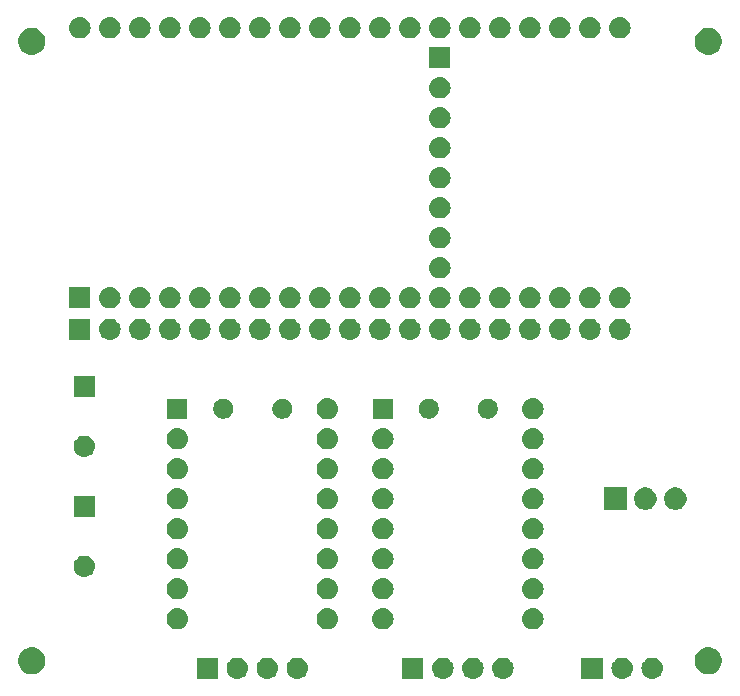
<source format=gbr>
G04 #@! TF.GenerationSoftware,KiCad,Pcbnew,(5.1.4-0-10_14)*
G04 #@! TF.CreationDate,2020-05-08T13:11:59-04:00*
G04 #@! TF.ProjectId,balancebot,62616c61-6e63-4656-926f-742e6b696361,0.4.5*
G04 #@! TF.SameCoordinates,Original*
G04 #@! TF.FileFunction,Soldermask,Bot*
G04 #@! TF.FilePolarity,Negative*
%FSLAX46Y46*%
G04 Gerber Fmt 4.6, Leading zero omitted, Abs format (unit mm)*
G04 Created by KiCad (PCBNEW (5.1.4-0-10_14)) date 2020-05-08 13:11:59*
%MOMM*%
%LPD*%
G04 APERTURE LIST*
%ADD10C,0.100000*%
G04 APERTURE END LIST*
D10*
G36*
X162606943Y-105150519D02*
G01*
X162673127Y-105157037D01*
X162842966Y-105208557D01*
X162999491Y-105292222D01*
X163004868Y-105296635D01*
X163136686Y-105404814D01*
X163219948Y-105506271D01*
X163249278Y-105542009D01*
X163332943Y-105698534D01*
X163384463Y-105868373D01*
X163401859Y-106045000D01*
X163384463Y-106221627D01*
X163332943Y-106391466D01*
X163249278Y-106547991D01*
X163219948Y-106583729D01*
X163136686Y-106685186D01*
X163035229Y-106768448D01*
X162999491Y-106797778D01*
X162842966Y-106881443D01*
X162673127Y-106932963D01*
X162606942Y-106939482D01*
X162540760Y-106946000D01*
X162452240Y-106946000D01*
X162386058Y-106939482D01*
X162319873Y-106932963D01*
X162150034Y-106881443D01*
X161993509Y-106797778D01*
X161957771Y-106768448D01*
X161856314Y-106685186D01*
X161773052Y-106583729D01*
X161743722Y-106547991D01*
X161660057Y-106391466D01*
X161608537Y-106221627D01*
X161591141Y-106045000D01*
X161608537Y-105868373D01*
X161660057Y-105698534D01*
X161743722Y-105542009D01*
X161773052Y-105506271D01*
X161856314Y-105404814D01*
X161988132Y-105296635D01*
X161993509Y-105292222D01*
X162150034Y-105208557D01*
X162319873Y-105157037D01*
X162386058Y-105150518D01*
X162452240Y-105144000D01*
X162540760Y-105144000D01*
X162606943Y-105150519D01*
X162606943Y-105150519D01*
G37*
G36*
X160066943Y-105150519D02*
G01*
X160133127Y-105157037D01*
X160302966Y-105208557D01*
X160459491Y-105292222D01*
X160464868Y-105296635D01*
X160596686Y-105404814D01*
X160679948Y-105506271D01*
X160709278Y-105542009D01*
X160792943Y-105698534D01*
X160844463Y-105868373D01*
X160861859Y-106045000D01*
X160844463Y-106221627D01*
X160792943Y-106391466D01*
X160709278Y-106547991D01*
X160679948Y-106583729D01*
X160596686Y-106685186D01*
X160495229Y-106768448D01*
X160459491Y-106797778D01*
X160302966Y-106881443D01*
X160133127Y-106932963D01*
X160066942Y-106939482D01*
X160000760Y-106946000D01*
X159912240Y-106946000D01*
X159846058Y-106939482D01*
X159779873Y-106932963D01*
X159610034Y-106881443D01*
X159453509Y-106797778D01*
X159417771Y-106768448D01*
X159316314Y-106685186D01*
X159233052Y-106583729D01*
X159203722Y-106547991D01*
X159120057Y-106391466D01*
X159068537Y-106221627D01*
X159051141Y-106045000D01*
X159068537Y-105868373D01*
X159120057Y-105698534D01*
X159203722Y-105542009D01*
X159233052Y-105506271D01*
X159316314Y-105404814D01*
X159448132Y-105296635D01*
X159453509Y-105292222D01*
X159610034Y-105208557D01*
X159779873Y-105157037D01*
X159846058Y-105150518D01*
X159912240Y-105144000D01*
X160000760Y-105144000D01*
X160066943Y-105150519D01*
X160066943Y-105150519D01*
G37*
G36*
X158317500Y-106946000D02*
G01*
X156515500Y-106946000D01*
X156515500Y-105144000D01*
X158317500Y-105144000D01*
X158317500Y-106946000D01*
X158317500Y-106946000D01*
G37*
G36*
X149970443Y-105150519D02*
G01*
X150036627Y-105157037D01*
X150206466Y-105208557D01*
X150362991Y-105292222D01*
X150368368Y-105296635D01*
X150500186Y-105404814D01*
X150583448Y-105506271D01*
X150612778Y-105542009D01*
X150696443Y-105698534D01*
X150747963Y-105868373D01*
X150765359Y-106045000D01*
X150747963Y-106221627D01*
X150696443Y-106391466D01*
X150612778Y-106547991D01*
X150583448Y-106583729D01*
X150500186Y-106685186D01*
X150398729Y-106768448D01*
X150362991Y-106797778D01*
X150206466Y-106881443D01*
X150036627Y-106932963D01*
X149970442Y-106939482D01*
X149904260Y-106946000D01*
X149815740Y-106946000D01*
X149749558Y-106939482D01*
X149683373Y-106932963D01*
X149513534Y-106881443D01*
X149357009Y-106797778D01*
X149321271Y-106768448D01*
X149219814Y-106685186D01*
X149136552Y-106583729D01*
X149107222Y-106547991D01*
X149023557Y-106391466D01*
X148972037Y-106221627D01*
X148954641Y-106045000D01*
X148972037Y-105868373D01*
X149023557Y-105698534D01*
X149107222Y-105542009D01*
X149136552Y-105506271D01*
X149219814Y-105404814D01*
X149351632Y-105296635D01*
X149357009Y-105292222D01*
X149513534Y-105208557D01*
X149683373Y-105157037D01*
X149749558Y-105150518D01*
X149815740Y-105144000D01*
X149904260Y-105144000D01*
X149970443Y-105150519D01*
X149970443Y-105150519D01*
G37*
G36*
X147430443Y-105150519D02*
G01*
X147496627Y-105157037D01*
X147666466Y-105208557D01*
X147822991Y-105292222D01*
X147828368Y-105296635D01*
X147960186Y-105404814D01*
X148043448Y-105506271D01*
X148072778Y-105542009D01*
X148156443Y-105698534D01*
X148207963Y-105868373D01*
X148225359Y-106045000D01*
X148207963Y-106221627D01*
X148156443Y-106391466D01*
X148072778Y-106547991D01*
X148043448Y-106583729D01*
X147960186Y-106685186D01*
X147858729Y-106768448D01*
X147822991Y-106797778D01*
X147666466Y-106881443D01*
X147496627Y-106932963D01*
X147430442Y-106939482D01*
X147364260Y-106946000D01*
X147275740Y-106946000D01*
X147209558Y-106939482D01*
X147143373Y-106932963D01*
X146973534Y-106881443D01*
X146817009Y-106797778D01*
X146781271Y-106768448D01*
X146679814Y-106685186D01*
X146596552Y-106583729D01*
X146567222Y-106547991D01*
X146483557Y-106391466D01*
X146432037Y-106221627D01*
X146414641Y-106045000D01*
X146432037Y-105868373D01*
X146483557Y-105698534D01*
X146567222Y-105542009D01*
X146596552Y-105506271D01*
X146679814Y-105404814D01*
X146811632Y-105296635D01*
X146817009Y-105292222D01*
X146973534Y-105208557D01*
X147143373Y-105157037D01*
X147209558Y-105150518D01*
X147275740Y-105144000D01*
X147364260Y-105144000D01*
X147430443Y-105150519D01*
X147430443Y-105150519D01*
G37*
G36*
X144890443Y-105150519D02*
G01*
X144956627Y-105157037D01*
X145126466Y-105208557D01*
X145282991Y-105292222D01*
X145288368Y-105296635D01*
X145420186Y-105404814D01*
X145503448Y-105506271D01*
X145532778Y-105542009D01*
X145616443Y-105698534D01*
X145667963Y-105868373D01*
X145685359Y-106045000D01*
X145667963Y-106221627D01*
X145616443Y-106391466D01*
X145532778Y-106547991D01*
X145503448Y-106583729D01*
X145420186Y-106685186D01*
X145318729Y-106768448D01*
X145282991Y-106797778D01*
X145126466Y-106881443D01*
X144956627Y-106932963D01*
X144890442Y-106939482D01*
X144824260Y-106946000D01*
X144735740Y-106946000D01*
X144669558Y-106939482D01*
X144603373Y-106932963D01*
X144433534Y-106881443D01*
X144277009Y-106797778D01*
X144241271Y-106768448D01*
X144139814Y-106685186D01*
X144056552Y-106583729D01*
X144027222Y-106547991D01*
X143943557Y-106391466D01*
X143892037Y-106221627D01*
X143874641Y-106045000D01*
X143892037Y-105868373D01*
X143943557Y-105698534D01*
X144027222Y-105542009D01*
X144056552Y-105506271D01*
X144139814Y-105404814D01*
X144271632Y-105296635D01*
X144277009Y-105292222D01*
X144433534Y-105208557D01*
X144603373Y-105157037D01*
X144669558Y-105150518D01*
X144735740Y-105144000D01*
X144824260Y-105144000D01*
X144890443Y-105150519D01*
X144890443Y-105150519D01*
G37*
G36*
X143141000Y-106946000D02*
G01*
X141339000Y-106946000D01*
X141339000Y-105144000D01*
X143141000Y-105144000D01*
X143141000Y-106946000D01*
X143141000Y-106946000D01*
G37*
G36*
X132571443Y-105150519D02*
G01*
X132637627Y-105157037D01*
X132807466Y-105208557D01*
X132963991Y-105292222D01*
X132969368Y-105296635D01*
X133101186Y-105404814D01*
X133184448Y-105506271D01*
X133213778Y-105542009D01*
X133297443Y-105698534D01*
X133348963Y-105868373D01*
X133366359Y-106045000D01*
X133348963Y-106221627D01*
X133297443Y-106391466D01*
X133213778Y-106547991D01*
X133184448Y-106583729D01*
X133101186Y-106685186D01*
X132999729Y-106768448D01*
X132963991Y-106797778D01*
X132807466Y-106881443D01*
X132637627Y-106932963D01*
X132571442Y-106939482D01*
X132505260Y-106946000D01*
X132416740Y-106946000D01*
X132350558Y-106939482D01*
X132284373Y-106932963D01*
X132114534Y-106881443D01*
X131958009Y-106797778D01*
X131922271Y-106768448D01*
X131820814Y-106685186D01*
X131737552Y-106583729D01*
X131708222Y-106547991D01*
X131624557Y-106391466D01*
X131573037Y-106221627D01*
X131555641Y-106045000D01*
X131573037Y-105868373D01*
X131624557Y-105698534D01*
X131708222Y-105542009D01*
X131737552Y-105506271D01*
X131820814Y-105404814D01*
X131952632Y-105296635D01*
X131958009Y-105292222D01*
X132114534Y-105208557D01*
X132284373Y-105157037D01*
X132350558Y-105150518D01*
X132416740Y-105144000D01*
X132505260Y-105144000D01*
X132571443Y-105150519D01*
X132571443Y-105150519D01*
G37*
G36*
X130031443Y-105150519D02*
G01*
X130097627Y-105157037D01*
X130267466Y-105208557D01*
X130423991Y-105292222D01*
X130429368Y-105296635D01*
X130561186Y-105404814D01*
X130644448Y-105506271D01*
X130673778Y-105542009D01*
X130757443Y-105698534D01*
X130808963Y-105868373D01*
X130826359Y-106045000D01*
X130808963Y-106221627D01*
X130757443Y-106391466D01*
X130673778Y-106547991D01*
X130644448Y-106583729D01*
X130561186Y-106685186D01*
X130459729Y-106768448D01*
X130423991Y-106797778D01*
X130267466Y-106881443D01*
X130097627Y-106932963D01*
X130031442Y-106939482D01*
X129965260Y-106946000D01*
X129876740Y-106946000D01*
X129810558Y-106939482D01*
X129744373Y-106932963D01*
X129574534Y-106881443D01*
X129418009Y-106797778D01*
X129382271Y-106768448D01*
X129280814Y-106685186D01*
X129197552Y-106583729D01*
X129168222Y-106547991D01*
X129084557Y-106391466D01*
X129033037Y-106221627D01*
X129015641Y-106045000D01*
X129033037Y-105868373D01*
X129084557Y-105698534D01*
X129168222Y-105542009D01*
X129197552Y-105506271D01*
X129280814Y-105404814D01*
X129412632Y-105296635D01*
X129418009Y-105292222D01*
X129574534Y-105208557D01*
X129744373Y-105157037D01*
X129810558Y-105150518D01*
X129876740Y-105144000D01*
X129965260Y-105144000D01*
X130031443Y-105150519D01*
X130031443Y-105150519D01*
G37*
G36*
X127491443Y-105150519D02*
G01*
X127557627Y-105157037D01*
X127727466Y-105208557D01*
X127883991Y-105292222D01*
X127889368Y-105296635D01*
X128021186Y-105404814D01*
X128104448Y-105506271D01*
X128133778Y-105542009D01*
X128217443Y-105698534D01*
X128268963Y-105868373D01*
X128286359Y-106045000D01*
X128268963Y-106221627D01*
X128217443Y-106391466D01*
X128133778Y-106547991D01*
X128104448Y-106583729D01*
X128021186Y-106685186D01*
X127919729Y-106768448D01*
X127883991Y-106797778D01*
X127727466Y-106881443D01*
X127557627Y-106932963D01*
X127491442Y-106939482D01*
X127425260Y-106946000D01*
X127336740Y-106946000D01*
X127270558Y-106939482D01*
X127204373Y-106932963D01*
X127034534Y-106881443D01*
X126878009Y-106797778D01*
X126842271Y-106768448D01*
X126740814Y-106685186D01*
X126657552Y-106583729D01*
X126628222Y-106547991D01*
X126544557Y-106391466D01*
X126493037Y-106221627D01*
X126475641Y-106045000D01*
X126493037Y-105868373D01*
X126544557Y-105698534D01*
X126628222Y-105542009D01*
X126657552Y-105506271D01*
X126740814Y-105404814D01*
X126872632Y-105296635D01*
X126878009Y-105292222D01*
X127034534Y-105208557D01*
X127204373Y-105157037D01*
X127270558Y-105150518D01*
X127336740Y-105144000D01*
X127425260Y-105144000D01*
X127491443Y-105150519D01*
X127491443Y-105150519D01*
G37*
G36*
X125742000Y-106946000D02*
G01*
X123940000Y-106946000D01*
X123940000Y-105144000D01*
X125742000Y-105144000D01*
X125742000Y-106946000D01*
X125742000Y-106946000D01*
G37*
G36*
X167483549Y-104281116D02*
G01*
X167594734Y-104303232D01*
X167804203Y-104389997D01*
X167992720Y-104515960D01*
X168153040Y-104676280D01*
X168279003Y-104864797D01*
X168365768Y-105074266D01*
X168410000Y-105296636D01*
X168410000Y-105523364D01*
X168365768Y-105745734D01*
X168279003Y-105955203D01*
X168153040Y-106143720D01*
X167992720Y-106304040D01*
X167804203Y-106430003D01*
X167594734Y-106516768D01*
X167483549Y-106538884D01*
X167372365Y-106561000D01*
X167145635Y-106561000D01*
X167034451Y-106538884D01*
X166923266Y-106516768D01*
X166713797Y-106430003D01*
X166525280Y-106304040D01*
X166364960Y-106143720D01*
X166238997Y-105955203D01*
X166152232Y-105745734D01*
X166108000Y-105523364D01*
X166108000Y-105296636D01*
X166152232Y-105074266D01*
X166238997Y-104864797D01*
X166364960Y-104676280D01*
X166525280Y-104515960D01*
X166713797Y-104389997D01*
X166923266Y-104303232D01*
X167034451Y-104281116D01*
X167145635Y-104259000D01*
X167372365Y-104259000D01*
X167483549Y-104281116D01*
X167483549Y-104281116D01*
G37*
G36*
X110206549Y-104281116D02*
G01*
X110317734Y-104303232D01*
X110527203Y-104389997D01*
X110715720Y-104515960D01*
X110876040Y-104676280D01*
X111002003Y-104864797D01*
X111088768Y-105074266D01*
X111133000Y-105296636D01*
X111133000Y-105523364D01*
X111088768Y-105745734D01*
X111002003Y-105955203D01*
X110876040Y-106143720D01*
X110715720Y-106304040D01*
X110527203Y-106430003D01*
X110317734Y-106516768D01*
X110206549Y-106538884D01*
X110095365Y-106561000D01*
X109868635Y-106561000D01*
X109757451Y-106538884D01*
X109646266Y-106516768D01*
X109436797Y-106430003D01*
X109248280Y-106304040D01*
X109087960Y-106143720D01*
X108961997Y-105955203D01*
X108875232Y-105745734D01*
X108831000Y-105523364D01*
X108831000Y-105296636D01*
X108875232Y-105074266D01*
X108961997Y-104864797D01*
X109087960Y-104676280D01*
X109248280Y-104515960D01*
X109436797Y-104389997D01*
X109646266Y-104303232D01*
X109757451Y-104281116D01*
X109868635Y-104259000D01*
X110095365Y-104259000D01*
X110206549Y-104281116D01*
X110206549Y-104281116D01*
G37*
G36*
X122411443Y-100959519D02*
G01*
X122477627Y-100966037D01*
X122647466Y-101017557D01*
X122803991Y-101101222D01*
X122839729Y-101130552D01*
X122941186Y-101213814D01*
X123024448Y-101315271D01*
X123053778Y-101351009D01*
X123137443Y-101507534D01*
X123188963Y-101677373D01*
X123206359Y-101854000D01*
X123188963Y-102030627D01*
X123137443Y-102200466D01*
X123053778Y-102356991D01*
X123024448Y-102392729D01*
X122941186Y-102494186D01*
X122839729Y-102577448D01*
X122803991Y-102606778D01*
X122647466Y-102690443D01*
X122477627Y-102741963D01*
X122411442Y-102748482D01*
X122345260Y-102755000D01*
X122256740Y-102755000D01*
X122190557Y-102748481D01*
X122124373Y-102741963D01*
X121954534Y-102690443D01*
X121798009Y-102606778D01*
X121762271Y-102577448D01*
X121660814Y-102494186D01*
X121577552Y-102392729D01*
X121548222Y-102356991D01*
X121464557Y-102200466D01*
X121413037Y-102030627D01*
X121395641Y-101854000D01*
X121413037Y-101677373D01*
X121464557Y-101507534D01*
X121548222Y-101351009D01*
X121577552Y-101315271D01*
X121660814Y-101213814D01*
X121762271Y-101130552D01*
X121798009Y-101101222D01*
X121954534Y-101017557D01*
X122124373Y-100966037D01*
X122190558Y-100959518D01*
X122256740Y-100953000D01*
X122345260Y-100953000D01*
X122411443Y-100959519D01*
X122411443Y-100959519D01*
G37*
G36*
X135111443Y-100959519D02*
G01*
X135177627Y-100966037D01*
X135347466Y-101017557D01*
X135503991Y-101101222D01*
X135539729Y-101130552D01*
X135641186Y-101213814D01*
X135724448Y-101315271D01*
X135753778Y-101351009D01*
X135837443Y-101507534D01*
X135888963Y-101677373D01*
X135906359Y-101854000D01*
X135888963Y-102030627D01*
X135837443Y-102200466D01*
X135753778Y-102356991D01*
X135724448Y-102392729D01*
X135641186Y-102494186D01*
X135539729Y-102577448D01*
X135503991Y-102606778D01*
X135347466Y-102690443D01*
X135177627Y-102741963D01*
X135111442Y-102748482D01*
X135045260Y-102755000D01*
X134956740Y-102755000D01*
X134890557Y-102748481D01*
X134824373Y-102741963D01*
X134654534Y-102690443D01*
X134498009Y-102606778D01*
X134462271Y-102577448D01*
X134360814Y-102494186D01*
X134277552Y-102392729D01*
X134248222Y-102356991D01*
X134164557Y-102200466D01*
X134113037Y-102030627D01*
X134095641Y-101854000D01*
X134113037Y-101677373D01*
X134164557Y-101507534D01*
X134248222Y-101351009D01*
X134277552Y-101315271D01*
X134360814Y-101213814D01*
X134462271Y-101130552D01*
X134498009Y-101101222D01*
X134654534Y-101017557D01*
X134824373Y-100966037D01*
X134890558Y-100959518D01*
X134956740Y-100953000D01*
X135045260Y-100953000D01*
X135111443Y-100959519D01*
X135111443Y-100959519D01*
G37*
G36*
X139810443Y-100959519D02*
G01*
X139876627Y-100966037D01*
X140046466Y-101017557D01*
X140202991Y-101101222D01*
X140238729Y-101130552D01*
X140340186Y-101213814D01*
X140423448Y-101315271D01*
X140452778Y-101351009D01*
X140536443Y-101507534D01*
X140587963Y-101677373D01*
X140605359Y-101854000D01*
X140587963Y-102030627D01*
X140536443Y-102200466D01*
X140452778Y-102356991D01*
X140423448Y-102392729D01*
X140340186Y-102494186D01*
X140238729Y-102577448D01*
X140202991Y-102606778D01*
X140046466Y-102690443D01*
X139876627Y-102741963D01*
X139810442Y-102748482D01*
X139744260Y-102755000D01*
X139655740Y-102755000D01*
X139589557Y-102748481D01*
X139523373Y-102741963D01*
X139353534Y-102690443D01*
X139197009Y-102606778D01*
X139161271Y-102577448D01*
X139059814Y-102494186D01*
X138976552Y-102392729D01*
X138947222Y-102356991D01*
X138863557Y-102200466D01*
X138812037Y-102030627D01*
X138794641Y-101854000D01*
X138812037Y-101677373D01*
X138863557Y-101507534D01*
X138947222Y-101351009D01*
X138976552Y-101315271D01*
X139059814Y-101213814D01*
X139161271Y-101130552D01*
X139197009Y-101101222D01*
X139353534Y-101017557D01*
X139523373Y-100966037D01*
X139589558Y-100959518D01*
X139655740Y-100953000D01*
X139744260Y-100953000D01*
X139810443Y-100959519D01*
X139810443Y-100959519D01*
G37*
G36*
X152510443Y-100959519D02*
G01*
X152576627Y-100966037D01*
X152746466Y-101017557D01*
X152902991Y-101101222D01*
X152938729Y-101130552D01*
X153040186Y-101213814D01*
X153123448Y-101315271D01*
X153152778Y-101351009D01*
X153236443Y-101507534D01*
X153287963Y-101677373D01*
X153305359Y-101854000D01*
X153287963Y-102030627D01*
X153236443Y-102200466D01*
X153152778Y-102356991D01*
X153123448Y-102392729D01*
X153040186Y-102494186D01*
X152938729Y-102577448D01*
X152902991Y-102606778D01*
X152746466Y-102690443D01*
X152576627Y-102741963D01*
X152510442Y-102748482D01*
X152444260Y-102755000D01*
X152355740Y-102755000D01*
X152289557Y-102748481D01*
X152223373Y-102741963D01*
X152053534Y-102690443D01*
X151897009Y-102606778D01*
X151861271Y-102577448D01*
X151759814Y-102494186D01*
X151676552Y-102392729D01*
X151647222Y-102356991D01*
X151563557Y-102200466D01*
X151512037Y-102030627D01*
X151494641Y-101854000D01*
X151512037Y-101677373D01*
X151563557Y-101507534D01*
X151647222Y-101351009D01*
X151676552Y-101315271D01*
X151759814Y-101213814D01*
X151861271Y-101130552D01*
X151897009Y-101101222D01*
X152053534Y-101017557D01*
X152223373Y-100966037D01*
X152289558Y-100959518D01*
X152355740Y-100953000D01*
X152444260Y-100953000D01*
X152510443Y-100959519D01*
X152510443Y-100959519D01*
G37*
G36*
X122411443Y-98419519D02*
G01*
X122477627Y-98426037D01*
X122647466Y-98477557D01*
X122803991Y-98561222D01*
X122839729Y-98590552D01*
X122941186Y-98673814D01*
X123024448Y-98775271D01*
X123053778Y-98811009D01*
X123137443Y-98967534D01*
X123188963Y-99137373D01*
X123206359Y-99314000D01*
X123188963Y-99490627D01*
X123137443Y-99660466D01*
X123053778Y-99816991D01*
X123024448Y-99852729D01*
X122941186Y-99954186D01*
X122839729Y-100037448D01*
X122803991Y-100066778D01*
X122647466Y-100150443D01*
X122477627Y-100201963D01*
X122411442Y-100208482D01*
X122345260Y-100215000D01*
X122256740Y-100215000D01*
X122190558Y-100208482D01*
X122124373Y-100201963D01*
X121954534Y-100150443D01*
X121798009Y-100066778D01*
X121762271Y-100037448D01*
X121660814Y-99954186D01*
X121577552Y-99852729D01*
X121548222Y-99816991D01*
X121464557Y-99660466D01*
X121413037Y-99490627D01*
X121395641Y-99314000D01*
X121413037Y-99137373D01*
X121464557Y-98967534D01*
X121548222Y-98811009D01*
X121577552Y-98775271D01*
X121660814Y-98673814D01*
X121762271Y-98590552D01*
X121798009Y-98561222D01*
X121954534Y-98477557D01*
X122124373Y-98426037D01*
X122190557Y-98419519D01*
X122256740Y-98413000D01*
X122345260Y-98413000D01*
X122411443Y-98419519D01*
X122411443Y-98419519D01*
G37*
G36*
X135111443Y-98419519D02*
G01*
X135177627Y-98426037D01*
X135347466Y-98477557D01*
X135503991Y-98561222D01*
X135539729Y-98590552D01*
X135641186Y-98673814D01*
X135724448Y-98775271D01*
X135753778Y-98811009D01*
X135837443Y-98967534D01*
X135888963Y-99137373D01*
X135906359Y-99314000D01*
X135888963Y-99490627D01*
X135837443Y-99660466D01*
X135753778Y-99816991D01*
X135724448Y-99852729D01*
X135641186Y-99954186D01*
X135539729Y-100037448D01*
X135503991Y-100066778D01*
X135347466Y-100150443D01*
X135177627Y-100201963D01*
X135111442Y-100208482D01*
X135045260Y-100215000D01*
X134956740Y-100215000D01*
X134890558Y-100208482D01*
X134824373Y-100201963D01*
X134654534Y-100150443D01*
X134498009Y-100066778D01*
X134462271Y-100037448D01*
X134360814Y-99954186D01*
X134277552Y-99852729D01*
X134248222Y-99816991D01*
X134164557Y-99660466D01*
X134113037Y-99490627D01*
X134095641Y-99314000D01*
X134113037Y-99137373D01*
X134164557Y-98967534D01*
X134248222Y-98811009D01*
X134277552Y-98775271D01*
X134360814Y-98673814D01*
X134462271Y-98590552D01*
X134498009Y-98561222D01*
X134654534Y-98477557D01*
X134824373Y-98426037D01*
X134890557Y-98419519D01*
X134956740Y-98413000D01*
X135045260Y-98413000D01*
X135111443Y-98419519D01*
X135111443Y-98419519D01*
G37*
G36*
X139810443Y-98419519D02*
G01*
X139876627Y-98426037D01*
X140046466Y-98477557D01*
X140202991Y-98561222D01*
X140238729Y-98590552D01*
X140340186Y-98673814D01*
X140423448Y-98775271D01*
X140452778Y-98811009D01*
X140536443Y-98967534D01*
X140587963Y-99137373D01*
X140605359Y-99314000D01*
X140587963Y-99490627D01*
X140536443Y-99660466D01*
X140452778Y-99816991D01*
X140423448Y-99852729D01*
X140340186Y-99954186D01*
X140238729Y-100037448D01*
X140202991Y-100066778D01*
X140046466Y-100150443D01*
X139876627Y-100201963D01*
X139810442Y-100208482D01*
X139744260Y-100215000D01*
X139655740Y-100215000D01*
X139589558Y-100208482D01*
X139523373Y-100201963D01*
X139353534Y-100150443D01*
X139197009Y-100066778D01*
X139161271Y-100037448D01*
X139059814Y-99954186D01*
X138976552Y-99852729D01*
X138947222Y-99816991D01*
X138863557Y-99660466D01*
X138812037Y-99490627D01*
X138794641Y-99314000D01*
X138812037Y-99137373D01*
X138863557Y-98967534D01*
X138947222Y-98811009D01*
X138976552Y-98775271D01*
X139059814Y-98673814D01*
X139161271Y-98590552D01*
X139197009Y-98561222D01*
X139353534Y-98477557D01*
X139523373Y-98426037D01*
X139589557Y-98419519D01*
X139655740Y-98413000D01*
X139744260Y-98413000D01*
X139810443Y-98419519D01*
X139810443Y-98419519D01*
G37*
G36*
X152510443Y-98419519D02*
G01*
X152576627Y-98426037D01*
X152746466Y-98477557D01*
X152902991Y-98561222D01*
X152938729Y-98590552D01*
X153040186Y-98673814D01*
X153123448Y-98775271D01*
X153152778Y-98811009D01*
X153236443Y-98967534D01*
X153287963Y-99137373D01*
X153305359Y-99314000D01*
X153287963Y-99490627D01*
X153236443Y-99660466D01*
X153152778Y-99816991D01*
X153123448Y-99852729D01*
X153040186Y-99954186D01*
X152938729Y-100037448D01*
X152902991Y-100066778D01*
X152746466Y-100150443D01*
X152576627Y-100201963D01*
X152510442Y-100208482D01*
X152444260Y-100215000D01*
X152355740Y-100215000D01*
X152289558Y-100208482D01*
X152223373Y-100201963D01*
X152053534Y-100150443D01*
X151897009Y-100066778D01*
X151861271Y-100037448D01*
X151759814Y-99954186D01*
X151676552Y-99852729D01*
X151647222Y-99816991D01*
X151563557Y-99660466D01*
X151512037Y-99490627D01*
X151494641Y-99314000D01*
X151512037Y-99137373D01*
X151563557Y-98967534D01*
X151647222Y-98811009D01*
X151676552Y-98775271D01*
X151759814Y-98673814D01*
X151861271Y-98590552D01*
X151897009Y-98561222D01*
X152053534Y-98477557D01*
X152223373Y-98426037D01*
X152289557Y-98419519D01*
X152355740Y-98413000D01*
X152444260Y-98413000D01*
X152510443Y-98419519D01*
X152510443Y-98419519D01*
G37*
G36*
X114537443Y-96514519D02*
G01*
X114603627Y-96521037D01*
X114773466Y-96572557D01*
X114929991Y-96656222D01*
X114965729Y-96685552D01*
X115067186Y-96768814D01*
X115150448Y-96870271D01*
X115179778Y-96906009D01*
X115263443Y-97062534D01*
X115314963Y-97232373D01*
X115332359Y-97409000D01*
X115314963Y-97585627D01*
X115263443Y-97755466D01*
X115179778Y-97911991D01*
X115150448Y-97947729D01*
X115067186Y-98049186D01*
X114965729Y-98132448D01*
X114929991Y-98161778D01*
X114773466Y-98245443D01*
X114603627Y-98296963D01*
X114537443Y-98303481D01*
X114471260Y-98310000D01*
X114382740Y-98310000D01*
X114316557Y-98303481D01*
X114250373Y-98296963D01*
X114080534Y-98245443D01*
X113924009Y-98161778D01*
X113888271Y-98132448D01*
X113786814Y-98049186D01*
X113703552Y-97947729D01*
X113674222Y-97911991D01*
X113590557Y-97755466D01*
X113539037Y-97585627D01*
X113521641Y-97409000D01*
X113539037Y-97232373D01*
X113590557Y-97062534D01*
X113674222Y-96906009D01*
X113703552Y-96870271D01*
X113786814Y-96768814D01*
X113888271Y-96685552D01*
X113924009Y-96656222D01*
X114080534Y-96572557D01*
X114250373Y-96521037D01*
X114316557Y-96514519D01*
X114382740Y-96508000D01*
X114471260Y-96508000D01*
X114537443Y-96514519D01*
X114537443Y-96514519D01*
G37*
G36*
X152510442Y-95879518D02*
G01*
X152576627Y-95886037D01*
X152746466Y-95937557D01*
X152902991Y-96021222D01*
X152938729Y-96050552D01*
X153040186Y-96133814D01*
X153123448Y-96235271D01*
X153152778Y-96271009D01*
X153236443Y-96427534D01*
X153287963Y-96597373D01*
X153305359Y-96774000D01*
X153287963Y-96950627D01*
X153236443Y-97120466D01*
X153152778Y-97276991D01*
X153123448Y-97312729D01*
X153040186Y-97414186D01*
X152938729Y-97497448D01*
X152902991Y-97526778D01*
X152746466Y-97610443D01*
X152576627Y-97661963D01*
X152510443Y-97668481D01*
X152444260Y-97675000D01*
X152355740Y-97675000D01*
X152289557Y-97668481D01*
X152223373Y-97661963D01*
X152053534Y-97610443D01*
X151897009Y-97526778D01*
X151861271Y-97497448D01*
X151759814Y-97414186D01*
X151676552Y-97312729D01*
X151647222Y-97276991D01*
X151563557Y-97120466D01*
X151512037Y-96950627D01*
X151494641Y-96774000D01*
X151512037Y-96597373D01*
X151563557Y-96427534D01*
X151647222Y-96271009D01*
X151676552Y-96235271D01*
X151759814Y-96133814D01*
X151861271Y-96050552D01*
X151897009Y-96021222D01*
X152053534Y-95937557D01*
X152223373Y-95886037D01*
X152289557Y-95879519D01*
X152355740Y-95873000D01*
X152444260Y-95873000D01*
X152510442Y-95879518D01*
X152510442Y-95879518D01*
G37*
G36*
X139810442Y-95879518D02*
G01*
X139876627Y-95886037D01*
X140046466Y-95937557D01*
X140202991Y-96021222D01*
X140238729Y-96050552D01*
X140340186Y-96133814D01*
X140423448Y-96235271D01*
X140452778Y-96271009D01*
X140536443Y-96427534D01*
X140587963Y-96597373D01*
X140605359Y-96774000D01*
X140587963Y-96950627D01*
X140536443Y-97120466D01*
X140452778Y-97276991D01*
X140423448Y-97312729D01*
X140340186Y-97414186D01*
X140238729Y-97497448D01*
X140202991Y-97526778D01*
X140046466Y-97610443D01*
X139876627Y-97661963D01*
X139810443Y-97668481D01*
X139744260Y-97675000D01*
X139655740Y-97675000D01*
X139589557Y-97668481D01*
X139523373Y-97661963D01*
X139353534Y-97610443D01*
X139197009Y-97526778D01*
X139161271Y-97497448D01*
X139059814Y-97414186D01*
X138976552Y-97312729D01*
X138947222Y-97276991D01*
X138863557Y-97120466D01*
X138812037Y-96950627D01*
X138794641Y-96774000D01*
X138812037Y-96597373D01*
X138863557Y-96427534D01*
X138947222Y-96271009D01*
X138976552Y-96235271D01*
X139059814Y-96133814D01*
X139161271Y-96050552D01*
X139197009Y-96021222D01*
X139353534Y-95937557D01*
X139523373Y-95886037D01*
X139589557Y-95879519D01*
X139655740Y-95873000D01*
X139744260Y-95873000D01*
X139810442Y-95879518D01*
X139810442Y-95879518D01*
G37*
G36*
X135111442Y-95879518D02*
G01*
X135177627Y-95886037D01*
X135347466Y-95937557D01*
X135503991Y-96021222D01*
X135539729Y-96050552D01*
X135641186Y-96133814D01*
X135724448Y-96235271D01*
X135753778Y-96271009D01*
X135837443Y-96427534D01*
X135888963Y-96597373D01*
X135906359Y-96774000D01*
X135888963Y-96950627D01*
X135837443Y-97120466D01*
X135753778Y-97276991D01*
X135724448Y-97312729D01*
X135641186Y-97414186D01*
X135539729Y-97497448D01*
X135503991Y-97526778D01*
X135347466Y-97610443D01*
X135177627Y-97661963D01*
X135111443Y-97668481D01*
X135045260Y-97675000D01*
X134956740Y-97675000D01*
X134890557Y-97668481D01*
X134824373Y-97661963D01*
X134654534Y-97610443D01*
X134498009Y-97526778D01*
X134462271Y-97497448D01*
X134360814Y-97414186D01*
X134277552Y-97312729D01*
X134248222Y-97276991D01*
X134164557Y-97120466D01*
X134113037Y-96950627D01*
X134095641Y-96774000D01*
X134113037Y-96597373D01*
X134164557Y-96427534D01*
X134248222Y-96271009D01*
X134277552Y-96235271D01*
X134360814Y-96133814D01*
X134462271Y-96050552D01*
X134498009Y-96021222D01*
X134654534Y-95937557D01*
X134824373Y-95886037D01*
X134890557Y-95879519D01*
X134956740Y-95873000D01*
X135045260Y-95873000D01*
X135111442Y-95879518D01*
X135111442Y-95879518D01*
G37*
G36*
X122411442Y-95879518D02*
G01*
X122477627Y-95886037D01*
X122647466Y-95937557D01*
X122803991Y-96021222D01*
X122839729Y-96050552D01*
X122941186Y-96133814D01*
X123024448Y-96235271D01*
X123053778Y-96271009D01*
X123137443Y-96427534D01*
X123188963Y-96597373D01*
X123206359Y-96774000D01*
X123188963Y-96950627D01*
X123137443Y-97120466D01*
X123053778Y-97276991D01*
X123024448Y-97312729D01*
X122941186Y-97414186D01*
X122839729Y-97497448D01*
X122803991Y-97526778D01*
X122647466Y-97610443D01*
X122477627Y-97661963D01*
X122411443Y-97668481D01*
X122345260Y-97675000D01*
X122256740Y-97675000D01*
X122190557Y-97668481D01*
X122124373Y-97661963D01*
X121954534Y-97610443D01*
X121798009Y-97526778D01*
X121762271Y-97497448D01*
X121660814Y-97414186D01*
X121577552Y-97312729D01*
X121548222Y-97276991D01*
X121464557Y-97120466D01*
X121413037Y-96950627D01*
X121395641Y-96774000D01*
X121413037Y-96597373D01*
X121464557Y-96427534D01*
X121548222Y-96271009D01*
X121577552Y-96235271D01*
X121660814Y-96133814D01*
X121762271Y-96050552D01*
X121798009Y-96021222D01*
X121954534Y-95937557D01*
X122124373Y-95886037D01*
X122190557Y-95879519D01*
X122256740Y-95873000D01*
X122345260Y-95873000D01*
X122411442Y-95879518D01*
X122411442Y-95879518D01*
G37*
G36*
X122411442Y-93339518D02*
G01*
X122477627Y-93346037D01*
X122647466Y-93397557D01*
X122803991Y-93481222D01*
X122839729Y-93510552D01*
X122941186Y-93593814D01*
X123024448Y-93695271D01*
X123053778Y-93731009D01*
X123137443Y-93887534D01*
X123188963Y-94057373D01*
X123206359Y-94234000D01*
X123188963Y-94410627D01*
X123137443Y-94580466D01*
X123053778Y-94736991D01*
X123024448Y-94772729D01*
X122941186Y-94874186D01*
X122839729Y-94957448D01*
X122803991Y-94986778D01*
X122647466Y-95070443D01*
X122477627Y-95121963D01*
X122411442Y-95128482D01*
X122345260Y-95135000D01*
X122256740Y-95135000D01*
X122190558Y-95128482D01*
X122124373Y-95121963D01*
X121954534Y-95070443D01*
X121798009Y-94986778D01*
X121762271Y-94957448D01*
X121660814Y-94874186D01*
X121577552Y-94772729D01*
X121548222Y-94736991D01*
X121464557Y-94580466D01*
X121413037Y-94410627D01*
X121395641Y-94234000D01*
X121413037Y-94057373D01*
X121464557Y-93887534D01*
X121548222Y-93731009D01*
X121577552Y-93695271D01*
X121660814Y-93593814D01*
X121762271Y-93510552D01*
X121798009Y-93481222D01*
X121954534Y-93397557D01*
X122124373Y-93346037D01*
X122190558Y-93339518D01*
X122256740Y-93333000D01*
X122345260Y-93333000D01*
X122411442Y-93339518D01*
X122411442Y-93339518D01*
G37*
G36*
X152510442Y-93339518D02*
G01*
X152576627Y-93346037D01*
X152746466Y-93397557D01*
X152902991Y-93481222D01*
X152938729Y-93510552D01*
X153040186Y-93593814D01*
X153123448Y-93695271D01*
X153152778Y-93731009D01*
X153236443Y-93887534D01*
X153287963Y-94057373D01*
X153305359Y-94234000D01*
X153287963Y-94410627D01*
X153236443Y-94580466D01*
X153152778Y-94736991D01*
X153123448Y-94772729D01*
X153040186Y-94874186D01*
X152938729Y-94957448D01*
X152902991Y-94986778D01*
X152746466Y-95070443D01*
X152576627Y-95121963D01*
X152510442Y-95128482D01*
X152444260Y-95135000D01*
X152355740Y-95135000D01*
X152289558Y-95128482D01*
X152223373Y-95121963D01*
X152053534Y-95070443D01*
X151897009Y-94986778D01*
X151861271Y-94957448D01*
X151759814Y-94874186D01*
X151676552Y-94772729D01*
X151647222Y-94736991D01*
X151563557Y-94580466D01*
X151512037Y-94410627D01*
X151494641Y-94234000D01*
X151512037Y-94057373D01*
X151563557Y-93887534D01*
X151647222Y-93731009D01*
X151676552Y-93695271D01*
X151759814Y-93593814D01*
X151861271Y-93510552D01*
X151897009Y-93481222D01*
X152053534Y-93397557D01*
X152223373Y-93346037D01*
X152289558Y-93339518D01*
X152355740Y-93333000D01*
X152444260Y-93333000D01*
X152510442Y-93339518D01*
X152510442Y-93339518D01*
G37*
G36*
X139810442Y-93339518D02*
G01*
X139876627Y-93346037D01*
X140046466Y-93397557D01*
X140202991Y-93481222D01*
X140238729Y-93510552D01*
X140340186Y-93593814D01*
X140423448Y-93695271D01*
X140452778Y-93731009D01*
X140536443Y-93887534D01*
X140587963Y-94057373D01*
X140605359Y-94234000D01*
X140587963Y-94410627D01*
X140536443Y-94580466D01*
X140452778Y-94736991D01*
X140423448Y-94772729D01*
X140340186Y-94874186D01*
X140238729Y-94957448D01*
X140202991Y-94986778D01*
X140046466Y-95070443D01*
X139876627Y-95121963D01*
X139810442Y-95128482D01*
X139744260Y-95135000D01*
X139655740Y-95135000D01*
X139589558Y-95128482D01*
X139523373Y-95121963D01*
X139353534Y-95070443D01*
X139197009Y-94986778D01*
X139161271Y-94957448D01*
X139059814Y-94874186D01*
X138976552Y-94772729D01*
X138947222Y-94736991D01*
X138863557Y-94580466D01*
X138812037Y-94410627D01*
X138794641Y-94234000D01*
X138812037Y-94057373D01*
X138863557Y-93887534D01*
X138947222Y-93731009D01*
X138976552Y-93695271D01*
X139059814Y-93593814D01*
X139161271Y-93510552D01*
X139197009Y-93481222D01*
X139353534Y-93397557D01*
X139523373Y-93346037D01*
X139589558Y-93339518D01*
X139655740Y-93333000D01*
X139744260Y-93333000D01*
X139810442Y-93339518D01*
X139810442Y-93339518D01*
G37*
G36*
X135111442Y-93339518D02*
G01*
X135177627Y-93346037D01*
X135347466Y-93397557D01*
X135503991Y-93481222D01*
X135539729Y-93510552D01*
X135641186Y-93593814D01*
X135724448Y-93695271D01*
X135753778Y-93731009D01*
X135837443Y-93887534D01*
X135888963Y-94057373D01*
X135906359Y-94234000D01*
X135888963Y-94410627D01*
X135837443Y-94580466D01*
X135753778Y-94736991D01*
X135724448Y-94772729D01*
X135641186Y-94874186D01*
X135539729Y-94957448D01*
X135503991Y-94986778D01*
X135347466Y-95070443D01*
X135177627Y-95121963D01*
X135111442Y-95128482D01*
X135045260Y-95135000D01*
X134956740Y-95135000D01*
X134890558Y-95128482D01*
X134824373Y-95121963D01*
X134654534Y-95070443D01*
X134498009Y-94986778D01*
X134462271Y-94957448D01*
X134360814Y-94874186D01*
X134277552Y-94772729D01*
X134248222Y-94736991D01*
X134164557Y-94580466D01*
X134113037Y-94410627D01*
X134095641Y-94234000D01*
X134113037Y-94057373D01*
X134164557Y-93887534D01*
X134248222Y-93731009D01*
X134277552Y-93695271D01*
X134360814Y-93593814D01*
X134462271Y-93510552D01*
X134498009Y-93481222D01*
X134654534Y-93397557D01*
X134824373Y-93346037D01*
X134890558Y-93339518D01*
X134956740Y-93333000D01*
X135045260Y-93333000D01*
X135111442Y-93339518D01*
X135111442Y-93339518D01*
G37*
G36*
X115328000Y-93230000D02*
G01*
X113526000Y-93230000D01*
X113526000Y-91428000D01*
X115328000Y-91428000D01*
X115328000Y-93230000D01*
X115328000Y-93230000D01*
G37*
G36*
X160336000Y-92645000D02*
G01*
X158434000Y-92645000D01*
X158434000Y-90743000D01*
X160336000Y-90743000D01*
X160336000Y-92645000D01*
X160336000Y-92645000D01*
G37*
G36*
X162202395Y-90779546D02*
G01*
X162375466Y-90851234D01*
X162452818Y-90902919D01*
X162531227Y-90955310D01*
X162663690Y-91087773D01*
X162663691Y-91087775D01*
X162767766Y-91243534D01*
X162839454Y-91416605D01*
X162876000Y-91600333D01*
X162876000Y-91787667D01*
X162839454Y-91971395D01*
X162767766Y-92144466D01*
X162767765Y-92144467D01*
X162663690Y-92300227D01*
X162531227Y-92432690D01*
X162510141Y-92446779D01*
X162375466Y-92536766D01*
X162202395Y-92608454D01*
X162018667Y-92645000D01*
X161831333Y-92645000D01*
X161647605Y-92608454D01*
X161474534Y-92536766D01*
X161339859Y-92446779D01*
X161318773Y-92432690D01*
X161186310Y-92300227D01*
X161082235Y-92144467D01*
X161082234Y-92144466D01*
X161010546Y-91971395D01*
X160974000Y-91787667D01*
X160974000Y-91600333D01*
X161010546Y-91416605D01*
X161082234Y-91243534D01*
X161186309Y-91087775D01*
X161186310Y-91087773D01*
X161318773Y-90955310D01*
X161397182Y-90902919D01*
X161474534Y-90851234D01*
X161647605Y-90779546D01*
X161831333Y-90743000D01*
X162018667Y-90743000D01*
X162202395Y-90779546D01*
X162202395Y-90779546D01*
G37*
G36*
X164742395Y-90779546D02*
G01*
X164915466Y-90851234D01*
X164992818Y-90902919D01*
X165071227Y-90955310D01*
X165203690Y-91087773D01*
X165203691Y-91087775D01*
X165307766Y-91243534D01*
X165379454Y-91416605D01*
X165416000Y-91600333D01*
X165416000Y-91787667D01*
X165379454Y-91971395D01*
X165307766Y-92144466D01*
X165307765Y-92144467D01*
X165203690Y-92300227D01*
X165071227Y-92432690D01*
X165050141Y-92446779D01*
X164915466Y-92536766D01*
X164742395Y-92608454D01*
X164558667Y-92645000D01*
X164371333Y-92645000D01*
X164187605Y-92608454D01*
X164014534Y-92536766D01*
X163879859Y-92446779D01*
X163858773Y-92432690D01*
X163726310Y-92300227D01*
X163622235Y-92144467D01*
X163622234Y-92144466D01*
X163550546Y-91971395D01*
X163514000Y-91787667D01*
X163514000Y-91600333D01*
X163550546Y-91416605D01*
X163622234Y-91243534D01*
X163726309Y-91087775D01*
X163726310Y-91087773D01*
X163858773Y-90955310D01*
X163937182Y-90902919D01*
X164014534Y-90851234D01*
X164187605Y-90779546D01*
X164371333Y-90743000D01*
X164558667Y-90743000D01*
X164742395Y-90779546D01*
X164742395Y-90779546D01*
G37*
G36*
X135111443Y-90799519D02*
G01*
X135177627Y-90806037D01*
X135347466Y-90857557D01*
X135503991Y-90941222D01*
X135521156Y-90955309D01*
X135641186Y-91053814D01*
X135724448Y-91155271D01*
X135753778Y-91191009D01*
X135837443Y-91347534D01*
X135888963Y-91517373D01*
X135906359Y-91694000D01*
X135888963Y-91870627D01*
X135837443Y-92040466D01*
X135753778Y-92196991D01*
X135724448Y-92232729D01*
X135641186Y-92334186D01*
X135539729Y-92417448D01*
X135503991Y-92446778D01*
X135347466Y-92530443D01*
X135177627Y-92581963D01*
X135111443Y-92588481D01*
X135045260Y-92595000D01*
X134956740Y-92595000D01*
X134890557Y-92588481D01*
X134824373Y-92581963D01*
X134654534Y-92530443D01*
X134498009Y-92446778D01*
X134462271Y-92417448D01*
X134360814Y-92334186D01*
X134277552Y-92232729D01*
X134248222Y-92196991D01*
X134164557Y-92040466D01*
X134113037Y-91870627D01*
X134095641Y-91694000D01*
X134113037Y-91517373D01*
X134164557Y-91347534D01*
X134248222Y-91191009D01*
X134277552Y-91155271D01*
X134360814Y-91053814D01*
X134480844Y-90955309D01*
X134498009Y-90941222D01*
X134654534Y-90857557D01*
X134824373Y-90806037D01*
X134890557Y-90799519D01*
X134956740Y-90793000D01*
X135045260Y-90793000D01*
X135111443Y-90799519D01*
X135111443Y-90799519D01*
G37*
G36*
X122411443Y-90799519D02*
G01*
X122477627Y-90806037D01*
X122647466Y-90857557D01*
X122803991Y-90941222D01*
X122821156Y-90955309D01*
X122941186Y-91053814D01*
X123024448Y-91155271D01*
X123053778Y-91191009D01*
X123137443Y-91347534D01*
X123188963Y-91517373D01*
X123206359Y-91694000D01*
X123188963Y-91870627D01*
X123137443Y-92040466D01*
X123053778Y-92196991D01*
X123024448Y-92232729D01*
X122941186Y-92334186D01*
X122839729Y-92417448D01*
X122803991Y-92446778D01*
X122647466Y-92530443D01*
X122477627Y-92581963D01*
X122411443Y-92588481D01*
X122345260Y-92595000D01*
X122256740Y-92595000D01*
X122190557Y-92588481D01*
X122124373Y-92581963D01*
X121954534Y-92530443D01*
X121798009Y-92446778D01*
X121762271Y-92417448D01*
X121660814Y-92334186D01*
X121577552Y-92232729D01*
X121548222Y-92196991D01*
X121464557Y-92040466D01*
X121413037Y-91870627D01*
X121395641Y-91694000D01*
X121413037Y-91517373D01*
X121464557Y-91347534D01*
X121548222Y-91191009D01*
X121577552Y-91155271D01*
X121660814Y-91053814D01*
X121780844Y-90955309D01*
X121798009Y-90941222D01*
X121954534Y-90857557D01*
X122124373Y-90806037D01*
X122190557Y-90799519D01*
X122256740Y-90793000D01*
X122345260Y-90793000D01*
X122411443Y-90799519D01*
X122411443Y-90799519D01*
G37*
G36*
X152510443Y-90799519D02*
G01*
X152576627Y-90806037D01*
X152746466Y-90857557D01*
X152902991Y-90941222D01*
X152920156Y-90955309D01*
X153040186Y-91053814D01*
X153123448Y-91155271D01*
X153152778Y-91191009D01*
X153236443Y-91347534D01*
X153287963Y-91517373D01*
X153305359Y-91694000D01*
X153287963Y-91870627D01*
X153236443Y-92040466D01*
X153152778Y-92196991D01*
X153123448Y-92232729D01*
X153040186Y-92334186D01*
X152938729Y-92417448D01*
X152902991Y-92446778D01*
X152746466Y-92530443D01*
X152576627Y-92581963D01*
X152510443Y-92588481D01*
X152444260Y-92595000D01*
X152355740Y-92595000D01*
X152289557Y-92588481D01*
X152223373Y-92581963D01*
X152053534Y-92530443D01*
X151897009Y-92446778D01*
X151861271Y-92417448D01*
X151759814Y-92334186D01*
X151676552Y-92232729D01*
X151647222Y-92196991D01*
X151563557Y-92040466D01*
X151512037Y-91870627D01*
X151494641Y-91694000D01*
X151512037Y-91517373D01*
X151563557Y-91347534D01*
X151647222Y-91191009D01*
X151676552Y-91155271D01*
X151759814Y-91053814D01*
X151879844Y-90955309D01*
X151897009Y-90941222D01*
X152053534Y-90857557D01*
X152223373Y-90806037D01*
X152289557Y-90799519D01*
X152355740Y-90793000D01*
X152444260Y-90793000D01*
X152510443Y-90799519D01*
X152510443Y-90799519D01*
G37*
G36*
X139810443Y-90799519D02*
G01*
X139876627Y-90806037D01*
X140046466Y-90857557D01*
X140202991Y-90941222D01*
X140220156Y-90955309D01*
X140340186Y-91053814D01*
X140423448Y-91155271D01*
X140452778Y-91191009D01*
X140536443Y-91347534D01*
X140587963Y-91517373D01*
X140605359Y-91694000D01*
X140587963Y-91870627D01*
X140536443Y-92040466D01*
X140452778Y-92196991D01*
X140423448Y-92232729D01*
X140340186Y-92334186D01*
X140238729Y-92417448D01*
X140202991Y-92446778D01*
X140046466Y-92530443D01*
X139876627Y-92581963D01*
X139810443Y-92588481D01*
X139744260Y-92595000D01*
X139655740Y-92595000D01*
X139589557Y-92588481D01*
X139523373Y-92581963D01*
X139353534Y-92530443D01*
X139197009Y-92446778D01*
X139161271Y-92417448D01*
X139059814Y-92334186D01*
X138976552Y-92232729D01*
X138947222Y-92196991D01*
X138863557Y-92040466D01*
X138812037Y-91870627D01*
X138794641Y-91694000D01*
X138812037Y-91517373D01*
X138863557Y-91347534D01*
X138947222Y-91191009D01*
X138976552Y-91155271D01*
X139059814Y-91053814D01*
X139179844Y-90955309D01*
X139197009Y-90941222D01*
X139353534Y-90857557D01*
X139523373Y-90806037D01*
X139589557Y-90799519D01*
X139655740Y-90793000D01*
X139744260Y-90793000D01*
X139810443Y-90799519D01*
X139810443Y-90799519D01*
G37*
G36*
X135111443Y-88259519D02*
G01*
X135177627Y-88266037D01*
X135347466Y-88317557D01*
X135503991Y-88401222D01*
X135539729Y-88430552D01*
X135641186Y-88513814D01*
X135724448Y-88615271D01*
X135753778Y-88651009D01*
X135837443Y-88807534D01*
X135888963Y-88977373D01*
X135906359Y-89154000D01*
X135888963Y-89330627D01*
X135837443Y-89500466D01*
X135753778Y-89656991D01*
X135724448Y-89692729D01*
X135641186Y-89794186D01*
X135539729Y-89877448D01*
X135503991Y-89906778D01*
X135347466Y-89990443D01*
X135177627Y-90041963D01*
X135111443Y-90048481D01*
X135045260Y-90055000D01*
X134956740Y-90055000D01*
X134890557Y-90048481D01*
X134824373Y-90041963D01*
X134654534Y-89990443D01*
X134498009Y-89906778D01*
X134462271Y-89877448D01*
X134360814Y-89794186D01*
X134277552Y-89692729D01*
X134248222Y-89656991D01*
X134164557Y-89500466D01*
X134113037Y-89330627D01*
X134095641Y-89154000D01*
X134113037Y-88977373D01*
X134164557Y-88807534D01*
X134248222Y-88651009D01*
X134277552Y-88615271D01*
X134360814Y-88513814D01*
X134462271Y-88430552D01*
X134498009Y-88401222D01*
X134654534Y-88317557D01*
X134824373Y-88266037D01*
X134890557Y-88259519D01*
X134956740Y-88253000D01*
X135045260Y-88253000D01*
X135111443Y-88259519D01*
X135111443Y-88259519D01*
G37*
G36*
X152510443Y-88259519D02*
G01*
X152576627Y-88266037D01*
X152746466Y-88317557D01*
X152902991Y-88401222D01*
X152938729Y-88430552D01*
X153040186Y-88513814D01*
X153123448Y-88615271D01*
X153152778Y-88651009D01*
X153236443Y-88807534D01*
X153287963Y-88977373D01*
X153305359Y-89154000D01*
X153287963Y-89330627D01*
X153236443Y-89500466D01*
X153152778Y-89656991D01*
X153123448Y-89692729D01*
X153040186Y-89794186D01*
X152938729Y-89877448D01*
X152902991Y-89906778D01*
X152746466Y-89990443D01*
X152576627Y-90041963D01*
X152510443Y-90048481D01*
X152444260Y-90055000D01*
X152355740Y-90055000D01*
X152289557Y-90048481D01*
X152223373Y-90041963D01*
X152053534Y-89990443D01*
X151897009Y-89906778D01*
X151861271Y-89877448D01*
X151759814Y-89794186D01*
X151676552Y-89692729D01*
X151647222Y-89656991D01*
X151563557Y-89500466D01*
X151512037Y-89330627D01*
X151494641Y-89154000D01*
X151512037Y-88977373D01*
X151563557Y-88807534D01*
X151647222Y-88651009D01*
X151676552Y-88615271D01*
X151759814Y-88513814D01*
X151861271Y-88430552D01*
X151897009Y-88401222D01*
X152053534Y-88317557D01*
X152223373Y-88266037D01*
X152289557Y-88259519D01*
X152355740Y-88253000D01*
X152444260Y-88253000D01*
X152510443Y-88259519D01*
X152510443Y-88259519D01*
G37*
G36*
X122411443Y-88259519D02*
G01*
X122477627Y-88266037D01*
X122647466Y-88317557D01*
X122803991Y-88401222D01*
X122839729Y-88430552D01*
X122941186Y-88513814D01*
X123024448Y-88615271D01*
X123053778Y-88651009D01*
X123137443Y-88807534D01*
X123188963Y-88977373D01*
X123206359Y-89154000D01*
X123188963Y-89330627D01*
X123137443Y-89500466D01*
X123053778Y-89656991D01*
X123024448Y-89692729D01*
X122941186Y-89794186D01*
X122839729Y-89877448D01*
X122803991Y-89906778D01*
X122647466Y-89990443D01*
X122477627Y-90041963D01*
X122411443Y-90048481D01*
X122345260Y-90055000D01*
X122256740Y-90055000D01*
X122190557Y-90048481D01*
X122124373Y-90041963D01*
X121954534Y-89990443D01*
X121798009Y-89906778D01*
X121762271Y-89877448D01*
X121660814Y-89794186D01*
X121577552Y-89692729D01*
X121548222Y-89656991D01*
X121464557Y-89500466D01*
X121413037Y-89330627D01*
X121395641Y-89154000D01*
X121413037Y-88977373D01*
X121464557Y-88807534D01*
X121548222Y-88651009D01*
X121577552Y-88615271D01*
X121660814Y-88513814D01*
X121762271Y-88430552D01*
X121798009Y-88401222D01*
X121954534Y-88317557D01*
X122124373Y-88266037D01*
X122190557Y-88259519D01*
X122256740Y-88253000D01*
X122345260Y-88253000D01*
X122411443Y-88259519D01*
X122411443Y-88259519D01*
G37*
G36*
X139810443Y-88259519D02*
G01*
X139876627Y-88266037D01*
X140046466Y-88317557D01*
X140202991Y-88401222D01*
X140238729Y-88430552D01*
X140340186Y-88513814D01*
X140423448Y-88615271D01*
X140452778Y-88651009D01*
X140536443Y-88807534D01*
X140587963Y-88977373D01*
X140605359Y-89154000D01*
X140587963Y-89330627D01*
X140536443Y-89500466D01*
X140452778Y-89656991D01*
X140423448Y-89692729D01*
X140340186Y-89794186D01*
X140238729Y-89877448D01*
X140202991Y-89906778D01*
X140046466Y-89990443D01*
X139876627Y-90041963D01*
X139810443Y-90048481D01*
X139744260Y-90055000D01*
X139655740Y-90055000D01*
X139589557Y-90048481D01*
X139523373Y-90041963D01*
X139353534Y-89990443D01*
X139197009Y-89906778D01*
X139161271Y-89877448D01*
X139059814Y-89794186D01*
X138976552Y-89692729D01*
X138947222Y-89656991D01*
X138863557Y-89500466D01*
X138812037Y-89330627D01*
X138794641Y-89154000D01*
X138812037Y-88977373D01*
X138863557Y-88807534D01*
X138947222Y-88651009D01*
X138976552Y-88615271D01*
X139059814Y-88513814D01*
X139161271Y-88430552D01*
X139197009Y-88401222D01*
X139353534Y-88317557D01*
X139523373Y-88266037D01*
X139589557Y-88259519D01*
X139655740Y-88253000D01*
X139744260Y-88253000D01*
X139810443Y-88259519D01*
X139810443Y-88259519D01*
G37*
G36*
X114537443Y-86354519D02*
G01*
X114603627Y-86361037D01*
X114773466Y-86412557D01*
X114929991Y-86496222D01*
X114965729Y-86525552D01*
X115067186Y-86608814D01*
X115150448Y-86710271D01*
X115179778Y-86746009D01*
X115263443Y-86902534D01*
X115314963Y-87072373D01*
X115332359Y-87249000D01*
X115314963Y-87425627D01*
X115263443Y-87595466D01*
X115179778Y-87751991D01*
X115150448Y-87787729D01*
X115067186Y-87889186D01*
X114965729Y-87972448D01*
X114929991Y-88001778D01*
X114773466Y-88085443D01*
X114603627Y-88136963D01*
X114537442Y-88143482D01*
X114471260Y-88150000D01*
X114382740Y-88150000D01*
X114316558Y-88143482D01*
X114250373Y-88136963D01*
X114080534Y-88085443D01*
X113924009Y-88001778D01*
X113888271Y-87972448D01*
X113786814Y-87889186D01*
X113703552Y-87787729D01*
X113674222Y-87751991D01*
X113590557Y-87595466D01*
X113539037Y-87425627D01*
X113521641Y-87249000D01*
X113539037Y-87072373D01*
X113590557Y-86902534D01*
X113674222Y-86746009D01*
X113703552Y-86710271D01*
X113786814Y-86608814D01*
X113888271Y-86525552D01*
X113924009Y-86496222D01*
X114080534Y-86412557D01*
X114250373Y-86361037D01*
X114316557Y-86354519D01*
X114382740Y-86348000D01*
X114471260Y-86348000D01*
X114537443Y-86354519D01*
X114537443Y-86354519D01*
G37*
G36*
X139810443Y-85719519D02*
G01*
X139876627Y-85726037D01*
X140046466Y-85777557D01*
X140202991Y-85861222D01*
X140238729Y-85890552D01*
X140340186Y-85973814D01*
X140423448Y-86075271D01*
X140452778Y-86111009D01*
X140536443Y-86267534D01*
X140587963Y-86437373D01*
X140605359Y-86614000D01*
X140587963Y-86790627D01*
X140536443Y-86960466D01*
X140452778Y-87116991D01*
X140423448Y-87152729D01*
X140340186Y-87254186D01*
X140238729Y-87337448D01*
X140202991Y-87366778D01*
X140046466Y-87450443D01*
X139876627Y-87501963D01*
X139810443Y-87508481D01*
X139744260Y-87515000D01*
X139655740Y-87515000D01*
X139589557Y-87508481D01*
X139523373Y-87501963D01*
X139353534Y-87450443D01*
X139197009Y-87366778D01*
X139161271Y-87337448D01*
X139059814Y-87254186D01*
X138976552Y-87152729D01*
X138947222Y-87116991D01*
X138863557Y-86960466D01*
X138812037Y-86790627D01*
X138794641Y-86614000D01*
X138812037Y-86437373D01*
X138863557Y-86267534D01*
X138947222Y-86111009D01*
X138976552Y-86075271D01*
X139059814Y-85973814D01*
X139161271Y-85890552D01*
X139197009Y-85861222D01*
X139353534Y-85777557D01*
X139523373Y-85726037D01*
X139589557Y-85719519D01*
X139655740Y-85713000D01*
X139744260Y-85713000D01*
X139810443Y-85719519D01*
X139810443Y-85719519D01*
G37*
G36*
X135111443Y-85719519D02*
G01*
X135177627Y-85726037D01*
X135347466Y-85777557D01*
X135503991Y-85861222D01*
X135539729Y-85890552D01*
X135641186Y-85973814D01*
X135724448Y-86075271D01*
X135753778Y-86111009D01*
X135837443Y-86267534D01*
X135888963Y-86437373D01*
X135906359Y-86614000D01*
X135888963Y-86790627D01*
X135837443Y-86960466D01*
X135753778Y-87116991D01*
X135724448Y-87152729D01*
X135641186Y-87254186D01*
X135539729Y-87337448D01*
X135503991Y-87366778D01*
X135347466Y-87450443D01*
X135177627Y-87501963D01*
X135111443Y-87508481D01*
X135045260Y-87515000D01*
X134956740Y-87515000D01*
X134890557Y-87508481D01*
X134824373Y-87501963D01*
X134654534Y-87450443D01*
X134498009Y-87366778D01*
X134462271Y-87337448D01*
X134360814Y-87254186D01*
X134277552Y-87152729D01*
X134248222Y-87116991D01*
X134164557Y-86960466D01*
X134113037Y-86790627D01*
X134095641Y-86614000D01*
X134113037Y-86437373D01*
X134164557Y-86267534D01*
X134248222Y-86111009D01*
X134277552Y-86075271D01*
X134360814Y-85973814D01*
X134462271Y-85890552D01*
X134498009Y-85861222D01*
X134654534Y-85777557D01*
X134824373Y-85726037D01*
X134890557Y-85719519D01*
X134956740Y-85713000D01*
X135045260Y-85713000D01*
X135111443Y-85719519D01*
X135111443Y-85719519D01*
G37*
G36*
X152510443Y-85719519D02*
G01*
X152576627Y-85726037D01*
X152746466Y-85777557D01*
X152902991Y-85861222D01*
X152938729Y-85890552D01*
X153040186Y-85973814D01*
X153123448Y-86075271D01*
X153152778Y-86111009D01*
X153236443Y-86267534D01*
X153287963Y-86437373D01*
X153305359Y-86614000D01*
X153287963Y-86790627D01*
X153236443Y-86960466D01*
X153152778Y-87116991D01*
X153123448Y-87152729D01*
X153040186Y-87254186D01*
X152938729Y-87337448D01*
X152902991Y-87366778D01*
X152746466Y-87450443D01*
X152576627Y-87501963D01*
X152510443Y-87508481D01*
X152444260Y-87515000D01*
X152355740Y-87515000D01*
X152289557Y-87508481D01*
X152223373Y-87501963D01*
X152053534Y-87450443D01*
X151897009Y-87366778D01*
X151861271Y-87337448D01*
X151759814Y-87254186D01*
X151676552Y-87152729D01*
X151647222Y-87116991D01*
X151563557Y-86960466D01*
X151512037Y-86790627D01*
X151494641Y-86614000D01*
X151512037Y-86437373D01*
X151563557Y-86267534D01*
X151647222Y-86111009D01*
X151676552Y-86075271D01*
X151759814Y-85973814D01*
X151861271Y-85890552D01*
X151897009Y-85861222D01*
X152053534Y-85777557D01*
X152223373Y-85726037D01*
X152289557Y-85719519D01*
X152355740Y-85713000D01*
X152444260Y-85713000D01*
X152510443Y-85719519D01*
X152510443Y-85719519D01*
G37*
G36*
X122411443Y-85719519D02*
G01*
X122477627Y-85726037D01*
X122647466Y-85777557D01*
X122803991Y-85861222D01*
X122839729Y-85890552D01*
X122941186Y-85973814D01*
X123024448Y-86075271D01*
X123053778Y-86111009D01*
X123137443Y-86267534D01*
X123188963Y-86437373D01*
X123206359Y-86614000D01*
X123188963Y-86790627D01*
X123137443Y-86960466D01*
X123053778Y-87116991D01*
X123024448Y-87152729D01*
X122941186Y-87254186D01*
X122839729Y-87337448D01*
X122803991Y-87366778D01*
X122647466Y-87450443D01*
X122477627Y-87501963D01*
X122411443Y-87508481D01*
X122345260Y-87515000D01*
X122256740Y-87515000D01*
X122190557Y-87508481D01*
X122124373Y-87501963D01*
X121954534Y-87450443D01*
X121798009Y-87366778D01*
X121762271Y-87337448D01*
X121660814Y-87254186D01*
X121577552Y-87152729D01*
X121548222Y-87116991D01*
X121464557Y-86960466D01*
X121413037Y-86790627D01*
X121395641Y-86614000D01*
X121413037Y-86437373D01*
X121464557Y-86267534D01*
X121548222Y-86111009D01*
X121577552Y-86075271D01*
X121660814Y-85973814D01*
X121762271Y-85890552D01*
X121798009Y-85861222D01*
X121954534Y-85777557D01*
X122124373Y-85726037D01*
X122190557Y-85719519D01*
X122256740Y-85713000D01*
X122345260Y-85713000D01*
X122411443Y-85719519D01*
X122411443Y-85719519D01*
G37*
G36*
X135111442Y-83179518D02*
G01*
X135177627Y-83186037D01*
X135347466Y-83237557D01*
X135503991Y-83321222D01*
X135539729Y-83350552D01*
X135641186Y-83433814D01*
X135721369Y-83531519D01*
X135753778Y-83571009D01*
X135837443Y-83727534D01*
X135888963Y-83897373D01*
X135906359Y-84074000D01*
X135888963Y-84250627D01*
X135837443Y-84420466D01*
X135753778Y-84576991D01*
X135724448Y-84612729D01*
X135641186Y-84714186D01*
X135539729Y-84797448D01*
X135503991Y-84826778D01*
X135347466Y-84910443D01*
X135177627Y-84961963D01*
X135111442Y-84968482D01*
X135045260Y-84975000D01*
X134956740Y-84975000D01*
X134890558Y-84968482D01*
X134824373Y-84961963D01*
X134654534Y-84910443D01*
X134498009Y-84826778D01*
X134462271Y-84797448D01*
X134360814Y-84714186D01*
X134277552Y-84612729D01*
X134248222Y-84576991D01*
X134164557Y-84420466D01*
X134113037Y-84250627D01*
X134095641Y-84074000D01*
X134113037Y-83897373D01*
X134164557Y-83727534D01*
X134248222Y-83571009D01*
X134280631Y-83531519D01*
X134360814Y-83433814D01*
X134462271Y-83350552D01*
X134498009Y-83321222D01*
X134654534Y-83237557D01*
X134824373Y-83186037D01*
X134890558Y-83179518D01*
X134956740Y-83173000D01*
X135045260Y-83173000D01*
X135111442Y-83179518D01*
X135111442Y-83179518D01*
G37*
G36*
X152510442Y-83179518D02*
G01*
X152576627Y-83186037D01*
X152746466Y-83237557D01*
X152902991Y-83321222D01*
X152938729Y-83350552D01*
X153040186Y-83433814D01*
X153120369Y-83531519D01*
X153152778Y-83571009D01*
X153236443Y-83727534D01*
X153287963Y-83897373D01*
X153305359Y-84074000D01*
X153287963Y-84250627D01*
X153236443Y-84420466D01*
X153152778Y-84576991D01*
X153123448Y-84612729D01*
X153040186Y-84714186D01*
X152938729Y-84797448D01*
X152902991Y-84826778D01*
X152746466Y-84910443D01*
X152576627Y-84961963D01*
X152510442Y-84968482D01*
X152444260Y-84975000D01*
X152355740Y-84975000D01*
X152289558Y-84968482D01*
X152223373Y-84961963D01*
X152053534Y-84910443D01*
X151897009Y-84826778D01*
X151861271Y-84797448D01*
X151759814Y-84714186D01*
X151676552Y-84612729D01*
X151647222Y-84576991D01*
X151563557Y-84420466D01*
X151512037Y-84250627D01*
X151494641Y-84074000D01*
X151512037Y-83897373D01*
X151563557Y-83727534D01*
X151647222Y-83571009D01*
X151679631Y-83531519D01*
X151759814Y-83433814D01*
X151861271Y-83350552D01*
X151897009Y-83321222D01*
X152053534Y-83237557D01*
X152223373Y-83186037D01*
X152289558Y-83179518D01*
X152355740Y-83173000D01*
X152444260Y-83173000D01*
X152510442Y-83179518D01*
X152510442Y-83179518D01*
G37*
G36*
X140551000Y-84925000D02*
G01*
X138849000Y-84925000D01*
X138849000Y-83223000D01*
X140551000Y-83223000D01*
X140551000Y-84925000D01*
X140551000Y-84925000D01*
G37*
G36*
X148838228Y-83255703D02*
G01*
X148993100Y-83319853D01*
X149132481Y-83412985D01*
X149251015Y-83531519D01*
X149344147Y-83670900D01*
X149408297Y-83825772D01*
X149441000Y-83990184D01*
X149441000Y-84157816D01*
X149408297Y-84322228D01*
X149344147Y-84477100D01*
X149251015Y-84616481D01*
X149132481Y-84735015D01*
X148993100Y-84828147D01*
X148838228Y-84892297D01*
X148673816Y-84925000D01*
X148506184Y-84925000D01*
X148341772Y-84892297D01*
X148186900Y-84828147D01*
X148047519Y-84735015D01*
X147928985Y-84616481D01*
X147835853Y-84477100D01*
X147771703Y-84322228D01*
X147739000Y-84157816D01*
X147739000Y-83990184D01*
X147771703Y-83825772D01*
X147835853Y-83670900D01*
X147928985Y-83531519D01*
X148047519Y-83412985D01*
X148186900Y-83319853D01*
X148341772Y-83255703D01*
X148506184Y-83223000D01*
X148673816Y-83223000D01*
X148838228Y-83255703D01*
X148838228Y-83255703D01*
G37*
G36*
X126439228Y-83255703D02*
G01*
X126594100Y-83319853D01*
X126733481Y-83412985D01*
X126852015Y-83531519D01*
X126945147Y-83670900D01*
X127009297Y-83825772D01*
X127042000Y-83990184D01*
X127042000Y-84157816D01*
X127009297Y-84322228D01*
X126945147Y-84477100D01*
X126852015Y-84616481D01*
X126733481Y-84735015D01*
X126594100Y-84828147D01*
X126439228Y-84892297D01*
X126274816Y-84925000D01*
X126107184Y-84925000D01*
X125942772Y-84892297D01*
X125787900Y-84828147D01*
X125648519Y-84735015D01*
X125529985Y-84616481D01*
X125436853Y-84477100D01*
X125372703Y-84322228D01*
X125340000Y-84157816D01*
X125340000Y-83990184D01*
X125372703Y-83825772D01*
X125436853Y-83670900D01*
X125529985Y-83531519D01*
X125648519Y-83412985D01*
X125787900Y-83319853D01*
X125942772Y-83255703D01*
X126107184Y-83223000D01*
X126274816Y-83223000D01*
X126439228Y-83255703D01*
X126439228Y-83255703D01*
G37*
G36*
X131439228Y-83255703D02*
G01*
X131594100Y-83319853D01*
X131733481Y-83412985D01*
X131852015Y-83531519D01*
X131945147Y-83670900D01*
X132009297Y-83825772D01*
X132042000Y-83990184D01*
X132042000Y-84157816D01*
X132009297Y-84322228D01*
X131945147Y-84477100D01*
X131852015Y-84616481D01*
X131733481Y-84735015D01*
X131594100Y-84828147D01*
X131439228Y-84892297D01*
X131274816Y-84925000D01*
X131107184Y-84925000D01*
X130942772Y-84892297D01*
X130787900Y-84828147D01*
X130648519Y-84735015D01*
X130529985Y-84616481D01*
X130436853Y-84477100D01*
X130372703Y-84322228D01*
X130340000Y-84157816D01*
X130340000Y-83990184D01*
X130372703Y-83825772D01*
X130436853Y-83670900D01*
X130529985Y-83531519D01*
X130648519Y-83412985D01*
X130787900Y-83319853D01*
X130942772Y-83255703D01*
X131107184Y-83223000D01*
X131274816Y-83223000D01*
X131439228Y-83255703D01*
X131439228Y-83255703D01*
G37*
G36*
X123152000Y-84925000D02*
G01*
X121450000Y-84925000D01*
X121450000Y-83223000D01*
X123152000Y-83223000D01*
X123152000Y-84925000D01*
X123152000Y-84925000D01*
G37*
G36*
X143838228Y-83255703D02*
G01*
X143993100Y-83319853D01*
X144132481Y-83412985D01*
X144251015Y-83531519D01*
X144344147Y-83670900D01*
X144408297Y-83825772D01*
X144441000Y-83990184D01*
X144441000Y-84157816D01*
X144408297Y-84322228D01*
X144344147Y-84477100D01*
X144251015Y-84616481D01*
X144132481Y-84735015D01*
X143993100Y-84828147D01*
X143838228Y-84892297D01*
X143673816Y-84925000D01*
X143506184Y-84925000D01*
X143341772Y-84892297D01*
X143186900Y-84828147D01*
X143047519Y-84735015D01*
X142928985Y-84616481D01*
X142835853Y-84477100D01*
X142771703Y-84322228D01*
X142739000Y-84157816D01*
X142739000Y-83990184D01*
X142771703Y-83825772D01*
X142835853Y-83670900D01*
X142928985Y-83531519D01*
X143047519Y-83412985D01*
X143186900Y-83319853D01*
X143341772Y-83255703D01*
X143506184Y-83223000D01*
X143673816Y-83223000D01*
X143838228Y-83255703D01*
X143838228Y-83255703D01*
G37*
G36*
X115328000Y-83070000D02*
G01*
X113526000Y-83070000D01*
X113526000Y-81268000D01*
X115328000Y-81268000D01*
X115328000Y-83070000D01*
X115328000Y-83070000D01*
G37*
G36*
X131936442Y-76448518D02*
G01*
X132002627Y-76455037D01*
X132172466Y-76506557D01*
X132328991Y-76590222D01*
X132364729Y-76619552D01*
X132466186Y-76702814D01*
X132549448Y-76804271D01*
X132578778Y-76840009D01*
X132662443Y-76996534D01*
X132713963Y-77166373D01*
X132731359Y-77343000D01*
X132713963Y-77519627D01*
X132662443Y-77689466D01*
X132578778Y-77845991D01*
X132549448Y-77881729D01*
X132466186Y-77983186D01*
X132364729Y-78066448D01*
X132328991Y-78095778D01*
X132172466Y-78179443D01*
X132002627Y-78230963D01*
X131936442Y-78237482D01*
X131870260Y-78244000D01*
X131781740Y-78244000D01*
X131715558Y-78237482D01*
X131649373Y-78230963D01*
X131479534Y-78179443D01*
X131323009Y-78095778D01*
X131287271Y-78066448D01*
X131185814Y-77983186D01*
X131102552Y-77881729D01*
X131073222Y-77845991D01*
X130989557Y-77689466D01*
X130938037Y-77519627D01*
X130920641Y-77343000D01*
X130938037Y-77166373D01*
X130989557Y-76996534D01*
X131073222Y-76840009D01*
X131102552Y-76804271D01*
X131185814Y-76702814D01*
X131287271Y-76619552D01*
X131323009Y-76590222D01*
X131479534Y-76506557D01*
X131649373Y-76455037D01*
X131715558Y-76448518D01*
X131781740Y-76442000D01*
X131870260Y-76442000D01*
X131936442Y-76448518D01*
X131936442Y-76448518D01*
G37*
G36*
X159876442Y-76448518D02*
G01*
X159942627Y-76455037D01*
X160112466Y-76506557D01*
X160268991Y-76590222D01*
X160304729Y-76619552D01*
X160406186Y-76702814D01*
X160489448Y-76804271D01*
X160518778Y-76840009D01*
X160602443Y-76996534D01*
X160653963Y-77166373D01*
X160671359Y-77343000D01*
X160653963Y-77519627D01*
X160602443Y-77689466D01*
X160518778Y-77845991D01*
X160489448Y-77881729D01*
X160406186Y-77983186D01*
X160304729Y-78066448D01*
X160268991Y-78095778D01*
X160112466Y-78179443D01*
X159942627Y-78230963D01*
X159876442Y-78237482D01*
X159810260Y-78244000D01*
X159721740Y-78244000D01*
X159655558Y-78237482D01*
X159589373Y-78230963D01*
X159419534Y-78179443D01*
X159263009Y-78095778D01*
X159227271Y-78066448D01*
X159125814Y-77983186D01*
X159042552Y-77881729D01*
X159013222Y-77845991D01*
X158929557Y-77689466D01*
X158878037Y-77519627D01*
X158860641Y-77343000D01*
X158878037Y-77166373D01*
X158929557Y-76996534D01*
X159013222Y-76840009D01*
X159042552Y-76804271D01*
X159125814Y-76702814D01*
X159227271Y-76619552D01*
X159263009Y-76590222D01*
X159419534Y-76506557D01*
X159589373Y-76455037D01*
X159655558Y-76448518D01*
X159721740Y-76442000D01*
X159810260Y-76442000D01*
X159876442Y-76448518D01*
X159876442Y-76448518D01*
G37*
G36*
X157336442Y-76448518D02*
G01*
X157402627Y-76455037D01*
X157572466Y-76506557D01*
X157728991Y-76590222D01*
X157764729Y-76619552D01*
X157866186Y-76702814D01*
X157949448Y-76804271D01*
X157978778Y-76840009D01*
X158062443Y-76996534D01*
X158113963Y-77166373D01*
X158131359Y-77343000D01*
X158113963Y-77519627D01*
X158062443Y-77689466D01*
X157978778Y-77845991D01*
X157949448Y-77881729D01*
X157866186Y-77983186D01*
X157764729Y-78066448D01*
X157728991Y-78095778D01*
X157572466Y-78179443D01*
X157402627Y-78230963D01*
X157336442Y-78237482D01*
X157270260Y-78244000D01*
X157181740Y-78244000D01*
X157115558Y-78237482D01*
X157049373Y-78230963D01*
X156879534Y-78179443D01*
X156723009Y-78095778D01*
X156687271Y-78066448D01*
X156585814Y-77983186D01*
X156502552Y-77881729D01*
X156473222Y-77845991D01*
X156389557Y-77689466D01*
X156338037Y-77519627D01*
X156320641Y-77343000D01*
X156338037Y-77166373D01*
X156389557Y-76996534D01*
X156473222Y-76840009D01*
X156502552Y-76804271D01*
X156585814Y-76702814D01*
X156687271Y-76619552D01*
X156723009Y-76590222D01*
X156879534Y-76506557D01*
X157049373Y-76455037D01*
X157115558Y-76448518D01*
X157181740Y-76442000D01*
X157270260Y-76442000D01*
X157336442Y-76448518D01*
X157336442Y-76448518D01*
G37*
G36*
X154796442Y-76448518D02*
G01*
X154862627Y-76455037D01*
X155032466Y-76506557D01*
X155188991Y-76590222D01*
X155224729Y-76619552D01*
X155326186Y-76702814D01*
X155409448Y-76804271D01*
X155438778Y-76840009D01*
X155522443Y-76996534D01*
X155573963Y-77166373D01*
X155591359Y-77343000D01*
X155573963Y-77519627D01*
X155522443Y-77689466D01*
X155438778Y-77845991D01*
X155409448Y-77881729D01*
X155326186Y-77983186D01*
X155224729Y-78066448D01*
X155188991Y-78095778D01*
X155032466Y-78179443D01*
X154862627Y-78230963D01*
X154796442Y-78237482D01*
X154730260Y-78244000D01*
X154641740Y-78244000D01*
X154575558Y-78237482D01*
X154509373Y-78230963D01*
X154339534Y-78179443D01*
X154183009Y-78095778D01*
X154147271Y-78066448D01*
X154045814Y-77983186D01*
X153962552Y-77881729D01*
X153933222Y-77845991D01*
X153849557Y-77689466D01*
X153798037Y-77519627D01*
X153780641Y-77343000D01*
X153798037Y-77166373D01*
X153849557Y-76996534D01*
X153933222Y-76840009D01*
X153962552Y-76804271D01*
X154045814Y-76702814D01*
X154147271Y-76619552D01*
X154183009Y-76590222D01*
X154339534Y-76506557D01*
X154509373Y-76455037D01*
X154575558Y-76448518D01*
X154641740Y-76442000D01*
X154730260Y-76442000D01*
X154796442Y-76448518D01*
X154796442Y-76448518D01*
G37*
G36*
X152256442Y-76448518D02*
G01*
X152322627Y-76455037D01*
X152492466Y-76506557D01*
X152648991Y-76590222D01*
X152684729Y-76619552D01*
X152786186Y-76702814D01*
X152869448Y-76804271D01*
X152898778Y-76840009D01*
X152982443Y-76996534D01*
X153033963Y-77166373D01*
X153051359Y-77343000D01*
X153033963Y-77519627D01*
X152982443Y-77689466D01*
X152898778Y-77845991D01*
X152869448Y-77881729D01*
X152786186Y-77983186D01*
X152684729Y-78066448D01*
X152648991Y-78095778D01*
X152492466Y-78179443D01*
X152322627Y-78230963D01*
X152256442Y-78237482D01*
X152190260Y-78244000D01*
X152101740Y-78244000D01*
X152035558Y-78237482D01*
X151969373Y-78230963D01*
X151799534Y-78179443D01*
X151643009Y-78095778D01*
X151607271Y-78066448D01*
X151505814Y-77983186D01*
X151422552Y-77881729D01*
X151393222Y-77845991D01*
X151309557Y-77689466D01*
X151258037Y-77519627D01*
X151240641Y-77343000D01*
X151258037Y-77166373D01*
X151309557Y-76996534D01*
X151393222Y-76840009D01*
X151422552Y-76804271D01*
X151505814Y-76702814D01*
X151607271Y-76619552D01*
X151643009Y-76590222D01*
X151799534Y-76506557D01*
X151969373Y-76455037D01*
X152035558Y-76448518D01*
X152101740Y-76442000D01*
X152190260Y-76442000D01*
X152256442Y-76448518D01*
X152256442Y-76448518D01*
G37*
G36*
X149716442Y-76448518D02*
G01*
X149782627Y-76455037D01*
X149952466Y-76506557D01*
X150108991Y-76590222D01*
X150144729Y-76619552D01*
X150246186Y-76702814D01*
X150329448Y-76804271D01*
X150358778Y-76840009D01*
X150442443Y-76996534D01*
X150493963Y-77166373D01*
X150511359Y-77343000D01*
X150493963Y-77519627D01*
X150442443Y-77689466D01*
X150358778Y-77845991D01*
X150329448Y-77881729D01*
X150246186Y-77983186D01*
X150144729Y-78066448D01*
X150108991Y-78095778D01*
X149952466Y-78179443D01*
X149782627Y-78230963D01*
X149716442Y-78237482D01*
X149650260Y-78244000D01*
X149561740Y-78244000D01*
X149495558Y-78237482D01*
X149429373Y-78230963D01*
X149259534Y-78179443D01*
X149103009Y-78095778D01*
X149067271Y-78066448D01*
X148965814Y-77983186D01*
X148882552Y-77881729D01*
X148853222Y-77845991D01*
X148769557Y-77689466D01*
X148718037Y-77519627D01*
X148700641Y-77343000D01*
X148718037Y-77166373D01*
X148769557Y-76996534D01*
X148853222Y-76840009D01*
X148882552Y-76804271D01*
X148965814Y-76702814D01*
X149067271Y-76619552D01*
X149103009Y-76590222D01*
X149259534Y-76506557D01*
X149429373Y-76455037D01*
X149495558Y-76448518D01*
X149561740Y-76442000D01*
X149650260Y-76442000D01*
X149716442Y-76448518D01*
X149716442Y-76448518D01*
G37*
G36*
X147176442Y-76448518D02*
G01*
X147242627Y-76455037D01*
X147412466Y-76506557D01*
X147568991Y-76590222D01*
X147604729Y-76619552D01*
X147706186Y-76702814D01*
X147789448Y-76804271D01*
X147818778Y-76840009D01*
X147902443Y-76996534D01*
X147953963Y-77166373D01*
X147971359Y-77343000D01*
X147953963Y-77519627D01*
X147902443Y-77689466D01*
X147818778Y-77845991D01*
X147789448Y-77881729D01*
X147706186Y-77983186D01*
X147604729Y-78066448D01*
X147568991Y-78095778D01*
X147412466Y-78179443D01*
X147242627Y-78230963D01*
X147176442Y-78237482D01*
X147110260Y-78244000D01*
X147021740Y-78244000D01*
X146955558Y-78237482D01*
X146889373Y-78230963D01*
X146719534Y-78179443D01*
X146563009Y-78095778D01*
X146527271Y-78066448D01*
X146425814Y-77983186D01*
X146342552Y-77881729D01*
X146313222Y-77845991D01*
X146229557Y-77689466D01*
X146178037Y-77519627D01*
X146160641Y-77343000D01*
X146178037Y-77166373D01*
X146229557Y-76996534D01*
X146313222Y-76840009D01*
X146342552Y-76804271D01*
X146425814Y-76702814D01*
X146527271Y-76619552D01*
X146563009Y-76590222D01*
X146719534Y-76506557D01*
X146889373Y-76455037D01*
X146955558Y-76448518D01*
X147021740Y-76442000D01*
X147110260Y-76442000D01*
X147176442Y-76448518D01*
X147176442Y-76448518D01*
G37*
G36*
X144636442Y-76448518D02*
G01*
X144702627Y-76455037D01*
X144872466Y-76506557D01*
X145028991Y-76590222D01*
X145064729Y-76619552D01*
X145166186Y-76702814D01*
X145249448Y-76804271D01*
X145278778Y-76840009D01*
X145362443Y-76996534D01*
X145413963Y-77166373D01*
X145431359Y-77343000D01*
X145413963Y-77519627D01*
X145362443Y-77689466D01*
X145278778Y-77845991D01*
X145249448Y-77881729D01*
X145166186Y-77983186D01*
X145064729Y-78066448D01*
X145028991Y-78095778D01*
X144872466Y-78179443D01*
X144702627Y-78230963D01*
X144636442Y-78237482D01*
X144570260Y-78244000D01*
X144481740Y-78244000D01*
X144415558Y-78237482D01*
X144349373Y-78230963D01*
X144179534Y-78179443D01*
X144023009Y-78095778D01*
X143987271Y-78066448D01*
X143885814Y-77983186D01*
X143802552Y-77881729D01*
X143773222Y-77845991D01*
X143689557Y-77689466D01*
X143638037Y-77519627D01*
X143620641Y-77343000D01*
X143638037Y-77166373D01*
X143689557Y-76996534D01*
X143773222Y-76840009D01*
X143802552Y-76804271D01*
X143885814Y-76702814D01*
X143987271Y-76619552D01*
X144023009Y-76590222D01*
X144179534Y-76506557D01*
X144349373Y-76455037D01*
X144415558Y-76448518D01*
X144481740Y-76442000D01*
X144570260Y-76442000D01*
X144636442Y-76448518D01*
X144636442Y-76448518D01*
G37*
G36*
X142096442Y-76448518D02*
G01*
X142162627Y-76455037D01*
X142332466Y-76506557D01*
X142488991Y-76590222D01*
X142524729Y-76619552D01*
X142626186Y-76702814D01*
X142709448Y-76804271D01*
X142738778Y-76840009D01*
X142822443Y-76996534D01*
X142873963Y-77166373D01*
X142891359Y-77343000D01*
X142873963Y-77519627D01*
X142822443Y-77689466D01*
X142738778Y-77845991D01*
X142709448Y-77881729D01*
X142626186Y-77983186D01*
X142524729Y-78066448D01*
X142488991Y-78095778D01*
X142332466Y-78179443D01*
X142162627Y-78230963D01*
X142096442Y-78237482D01*
X142030260Y-78244000D01*
X141941740Y-78244000D01*
X141875558Y-78237482D01*
X141809373Y-78230963D01*
X141639534Y-78179443D01*
X141483009Y-78095778D01*
X141447271Y-78066448D01*
X141345814Y-77983186D01*
X141262552Y-77881729D01*
X141233222Y-77845991D01*
X141149557Y-77689466D01*
X141098037Y-77519627D01*
X141080641Y-77343000D01*
X141098037Y-77166373D01*
X141149557Y-76996534D01*
X141233222Y-76840009D01*
X141262552Y-76804271D01*
X141345814Y-76702814D01*
X141447271Y-76619552D01*
X141483009Y-76590222D01*
X141639534Y-76506557D01*
X141809373Y-76455037D01*
X141875558Y-76448518D01*
X141941740Y-76442000D01*
X142030260Y-76442000D01*
X142096442Y-76448518D01*
X142096442Y-76448518D01*
G37*
G36*
X139556442Y-76448518D02*
G01*
X139622627Y-76455037D01*
X139792466Y-76506557D01*
X139948991Y-76590222D01*
X139984729Y-76619552D01*
X140086186Y-76702814D01*
X140169448Y-76804271D01*
X140198778Y-76840009D01*
X140282443Y-76996534D01*
X140333963Y-77166373D01*
X140351359Y-77343000D01*
X140333963Y-77519627D01*
X140282443Y-77689466D01*
X140198778Y-77845991D01*
X140169448Y-77881729D01*
X140086186Y-77983186D01*
X139984729Y-78066448D01*
X139948991Y-78095778D01*
X139792466Y-78179443D01*
X139622627Y-78230963D01*
X139556442Y-78237482D01*
X139490260Y-78244000D01*
X139401740Y-78244000D01*
X139335558Y-78237482D01*
X139269373Y-78230963D01*
X139099534Y-78179443D01*
X138943009Y-78095778D01*
X138907271Y-78066448D01*
X138805814Y-77983186D01*
X138722552Y-77881729D01*
X138693222Y-77845991D01*
X138609557Y-77689466D01*
X138558037Y-77519627D01*
X138540641Y-77343000D01*
X138558037Y-77166373D01*
X138609557Y-76996534D01*
X138693222Y-76840009D01*
X138722552Y-76804271D01*
X138805814Y-76702814D01*
X138907271Y-76619552D01*
X138943009Y-76590222D01*
X139099534Y-76506557D01*
X139269373Y-76455037D01*
X139335558Y-76448518D01*
X139401740Y-76442000D01*
X139490260Y-76442000D01*
X139556442Y-76448518D01*
X139556442Y-76448518D01*
G37*
G36*
X137016442Y-76448518D02*
G01*
X137082627Y-76455037D01*
X137252466Y-76506557D01*
X137408991Y-76590222D01*
X137444729Y-76619552D01*
X137546186Y-76702814D01*
X137629448Y-76804271D01*
X137658778Y-76840009D01*
X137742443Y-76996534D01*
X137793963Y-77166373D01*
X137811359Y-77343000D01*
X137793963Y-77519627D01*
X137742443Y-77689466D01*
X137658778Y-77845991D01*
X137629448Y-77881729D01*
X137546186Y-77983186D01*
X137444729Y-78066448D01*
X137408991Y-78095778D01*
X137252466Y-78179443D01*
X137082627Y-78230963D01*
X137016442Y-78237482D01*
X136950260Y-78244000D01*
X136861740Y-78244000D01*
X136795558Y-78237482D01*
X136729373Y-78230963D01*
X136559534Y-78179443D01*
X136403009Y-78095778D01*
X136367271Y-78066448D01*
X136265814Y-77983186D01*
X136182552Y-77881729D01*
X136153222Y-77845991D01*
X136069557Y-77689466D01*
X136018037Y-77519627D01*
X136000641Y-77343000D01*
X136018037Y-77166373D01*
X136069557Y-76996534D01*
X136153222Y-76840009D01*
X136182552Y-76804271D01*
X136265814Y-76702814D01*
X136367271Y-76619552D01*
X136403009Y-76590222D01*
X136559534Y-76506557D01*
X136729373Y-76455037D01*
X136795558Y-76448518D01*
X136861740Y-76442000D01*
X136950260Y-76442000D01*
X137016442Y-76448518D01*
X137016442Y-76448518D01*
G37*
G36*
X134476442Y-76448518D02*
G01*
X134542627Y-76455037D01*
X134712466Y-76506557D01*
X134868991Y-76590222D01*
X134904729Y-76619552D01*
X135006186Y-76702814D01*
X135089448Y-76804271D01*
X135118778Y-76840009D01*
X135202443Y-76996534D01*
X135253963Y-77166373D01*
X135271359Y-77343000D01*
X135253963Y-77519627D01*
X135202443Y-77689466D01*
X135118778Y-77845991D01*
X135089448Y-77881729D01*
X135006186Y-77983186D01*
X134904729Y-78066448D01*
X134868991Y-78095778D01*
X134712466Y-78179443D01*
X134542627Y-78230963D01*
X134476442Y-78237482D01*
X134410260Y-78244000D01*
X134321740Y-78244000D01*
X134255558Y-78237482D01*
X134189373Y-78230963D01*
X134019534Y-78179443D01*
X133863009Y-78095778D01*
X133827271Y-78066448D01*
X133725814Y-77983186D01*
X133642552Y-77881729D01*
X133613222Y-77845991D01*
X133529557Y-77689466D01*
X133478037Y-77519627D01*
X133460641Y-77343000D01*
X133478037Y-77166373D01*
X133529557Y-76996534D01*
X133613222Y-76840009D01*
X133642552Y-76804271D01*
X133725814Y-76702814D01*
X133827271Y-76619552D01*
X133863009Y-76590222D01*
X134019534Y-76506557D01*
X134189373Y-76455037D01*
X134255558Y-76448518D01*
X134321740Y-76442000D01*
X134410260Y-76442000D01*
X134476442Y-76448518D01*
X134476442Y-76448518D01*
G37*
G36*
X129396442Y-76448518D02*
G01*
X129462627Y-76455037D01*
X129632466Y-76506557D01*
X129788991Y-76590222D01*
X129824729Y-76619552D01*
X129926186Y-76702814D01*
X130009448Y-76804271D01*
X130038778Y-76840009D01*
X130122443Y-76996534D01*
X130173963Y-77166373D01*
X130191359Y-77343000D01*
X130173963Y-77519627D01*
X130122443Y-77689466D01*
X130038778Y-77845991D01*
X130009448Y-77881729D01*
X129926186Y-77983186D01*
X129824729Y-78066448D01*
X129788991Y-78095778D01*
X129632466Y-78179443D01*
X129462627Y-78230963D01*
X129396442Y-78237482D01*
X129330260Y-78244000D01*
X129241740Y-78244000D01*
X129175558Y-78237482D01*
X129109373Y-78230963D01*
X128939534Y-78179443D01*
X128783009Y-78095778D01*
X128747271Y-78066448D01*
X128645814Y-77983186D01*
X128562552Y-77881729D01*
X128533222Y-77845991D01*
X128449557Y-77689466D01*
X128398037Y-77519627D01*
X128380641Y-77343000D01*
X128398037Y-77166373D01*
X128449557Y-76996534D01*
X128533222Y-76840009D01*
X128562552Y-76804271D01*
X128645814Y-76702814D01*
X128747271Y-76619552D01*
X128783009Y-76590222D01*
X128939534Y-76506557D01*
X129109373Y-76455037D01*
X129175558Y-76448518D01*
X129241740Y-76442000D01*
X129330260Y-76442000D01*
X129396442Y-76448518D01*
X129396442Y-76448518D01*
G37*
G36*
X126856442Y-76448518D02*
G01*
X126922627Y-76455037D01*
X127092466Y-76506557D01*
X127248991Y-76590222D01*
X127284729Y-76619552D01*
X127386186Y-76702814D01*
X127469448Y-76804271D01*
X127498778Y-76840009D01*
X127582443Y-76996534D01*
X127633963Y-77166373D01*
X127651359Y-77343000D01*
X127633963Y-77519627D01*
X127582443Y-77689466D01*
X127498778Y-77845991D01*
X127469448Y-77881729D01*
X127386186Y-77983186D01*
X127284729Y-78066448D01*
X127248991Y-78095778D01*
X127092466Y-78179443D01*
X126922627Y-78230963D01*
X126856442Y-78237482D01*
X126790260Y-78244000D01*
X126701740Y-78244000D01*
X126635558Y-78237482D01*
X126569373Y-78230963D01*
X126399534Y-78179443D01*
X126243009Y-78095778D01*
X126207271Y-78066448D01*
X126105814Y-77983186D01*
X126022552Y-77881729D01*
X125993222Y-77845991D01*
X125909557Y-77689466D01*
X125858037Y-77519627D01*
X125840641Y-77343000D01*
X125858037Y-77166373D01*
X125909557Y-76996534D01*
X125993222Y-76840009D01*
X126022552Y-76804271D01*
X126105814Y-76702814D01*
X126207271Y-76619552D01*
X126243009Y-76590222D01*
X126399534Y-76506557D01*
X126569373Y-76455037D01*
X126635558Y-76448518D01*
X126701740Y-76442000D01*
X126790260Y-76442000D01*
X126856442Y-76448518D01*
X126856442Y-76448518D01*
G37*
G36*
X124316442Y-76448518D02*
G01*
X124382627Y-76455037D01*
X124552466Y-76506557D01*
X124708991Y-76590222D01*
X124744729Y-76619552D01*
X124846186Y-76702814D01*
X124929448Y-76804271D01*
X124958778Y-76840009D01*
X125042443Y-76996534D01*
X125093963Y-77166373D01*
X125111359Y-77343000D01*
X125093963Y-77519627D01*
X125042443Y-77689466D01*
X124958778Y-77845991D01*
X124929448Y-77881729D01*
X124846186Y-77983186D01*
X124744729Y-78066448D01*
X124708991Y-78095778D01*
X124552466Y-78179443D01*
X124382627Y-78230963D01*
X124316442Y-78237482D01*
X124250260Y-78244000D01*
X124161740Y-78244000D01*
X124095558Y-78237482D01*
X124029373Y-78230963D01*
X123859534Y-78179443D01*
X123703009Y-78095778D01*
X123667271Y-78066448D01*
X123565814Y-77983186D01*
X123482552Y-77881729D01*
X123453222Y-77845991D01*
X123369557Y-77689466D01*
X123318037Y-77519627D01*
X123300641Y-77343000D01*
X123318037Y-77166373D01*
X123369557Y-76996534D01*
X123453222Y-76840009D01*
X123482552Y-76804271D01*
X123565814Y-76702814D01*
X123667271Y-76619552D01*
X123703009Y-76590222D01*
X123859534Y-76506557D01*
X124029373Y-76455037D01*
X124095558Y-76448518D01*
X124161740Y-76442000D01*
X124250260Y-76442000D01*
X124316442Y-76448518D01*
X124316442Y-76448518D01*
G37*
G36*
X121776442Y-76448518D02*
G01*
X121842627Y-76455037D01*
X122012466Y-76506557D01*
X122168991Y-76590222D01*
X122204729Y-76619552D01*
X122306186Y-76702814D01*
X122389448Y-76804271D01*
X122418778Y-76840009D01*
X122502443Y-76996534D01*
X122553963Y-77166373D01*
X122571359Y-77343000D01*
X122553963Y-77519627D01*
X122502443Y-77689466D01*
X122418778Y-77845991D01*
X122389448Y-77881729D01*
X122306186Y-77983186D01*
X122204729Y-78066448D01*
X122168991Y-78095778D01*
X122012466Y-78179443D01*
X121842627Y-78230963D01*
X121776442Y-78237482D01*
X121710260Y-78244000D01*
X121621740Y-78244000D01*
X121555558Y-78237482D01*
X121489373Y-78230963D01*
X121319534Y-78179443D01*
X121163009Y-78095778D01*
X121127271Y-78066448D01*
X121025814Y-77983186D01*
X120942552Y-77881729D01*
X120913222Y-77845991D01*
X120829557Y-77689466D01*
X120778037Y-77519627D01*
X120760641Y-77343000D01*
X120778037Y-77166373D01*
X120829557Y-76996534D01*
X120913222Y-76840009D01*
X120942552Y-76804271D01*
X121025814Y-76702814D01*
X121127271Y-76619552D01*
X121163009Y-76590222D01*
X121319534Y-76506557D01*
X121489373Y-76455037D01*
X121555558Y-76448518D01*
X121621740Y-76442000D01*
X121710260Y-76442000D01*
X121776442Y-76448518D01*
X121776442Y-76448518D01*
G37*
G36*
X119236442Y-76448518D02*
G01*
X119302627Y-76455037D01*
X119472466Y-76506557D01*
X119628991Y-76590222D01*
X119664729Y-76619552D01*
X119766186Y-76702814D01*
X119849448Y-76804271D01*
X119878778Y-76840009D01*
X119962443Y-76996534D01*
X120013963Y-77166373D01*
X120031359Y-77343000D01*
X120013963Y-77519627D01*
X119962443Y-77689466D01*
X119878778Y-77845991D01*
X119849448Y-77881729D01*
X119766186Y-77983186D01*
X119664729Y-78066448D01*
X119628991Y-78095778D01*
X119472466Y-78179443D01*
X119302627Y-78230963D01*
X119236442Y-78237482D01*
X119170260Y-78244000D01*
X119081740Y-78244000D01*
X119015558Y-78237482D01*
X118949373Y-78230963D01*
X118779534Y-78179443D01*
X118623009Y-78095778D01*
X118587271Y-78066448D01*
X118485814Y-77983186D01*
X118402552Y-77881729D01*
X118373222Y-77845991D01*
X118289557Y-77689466D01*
X118238037Y-77519627D01*
X118220641Y-77343000D01*
X118238037Y-77166373D01*
X118289557Y-76996534D01*
X118373222Y-76840009D01*
X118402552Y-76804271D01*
X118485814Y-76702814D01*
X118587271Y-76619552D01*
X118623009Y-76590222D01*
X118779534Y-76506557D01*
X118949373Y-76455037D01*
X119015558Y-76448518D01*
X119081740Y-76442000D01*
X119170260Y-76442000D01*
X119236442Y-76448518D01*
X119236442Y-76448518D01*
G37*
G36*
X116696442Y-76448518D02*
G01*
X116762627Y-76455037D01*
X116932466Y-76506557D01*
X117088991Y-76590222D01*
X117124729Y-76619552D01*
X117226186Y-76702814D01*
X117309448Y-76804271D01*
X117338778Y-76840009D01*
X117422443Y-76996534D01*
X117473963Y-77166373D01*
X117491359Y-77343000D01*
X117473963Y-77519627D01*
X117422443Y-77689466D01*
X117338778Y-77845991D01*
X117309448Y-77881729D01*
X117226186Y-77983186D01*
X117124729Y-78066448D01*
X117088991Y-78095778D01*
X116932466Y-78179443D01*
X116762627Y-78230963D01*
X116696442Y-78237482D01*
X116630260Y-78244000D01*
X116541740Y-78244000D01*
X116475558Y-78237482D01*
X116409373Y-78230963D01*
X116239534Y-78179443D01*
X116083009Y-78095778D01*
X116047271Y-78066448D01*
X115945814Y-77983186D01*
X115862552Y-77881729D01*
X115833222Y-77845991D01*
X115749557Y-77689466D01*
X115698037Y-77519627D01*
X115680641Y-77343000D01*
X115698037Y-77166373D01*
X115749557Y-76996534D01*
X115833222Y-76840009D01*
X115862552Y-76804271D01*
X115945814Y-76702814D01*
X116047271Y-76619552D01*
X116083009Y-76590222D01*
X116239534Y-76506557D01*
X116409373Y-76455037D01*
X116475558Y-76448518D01*
X116541740Y-76442000D01*
X116630260Y-76442000D01*
X116696442Y-76448518D01*
X116696442Y-76448518D01*
G37*
G36*
X114947000Y-78244000D02*
G01*
X113145000Y-78244000D01*
X113145000Y-76442000D01*
X114947000Y-76442000D01*
X114947000Y-78244000D01*
X114947000Y-78244000D01*
G37*
G36*
X144636443Y-73781519D02*
G01*
X144702627Y-73788037D01*
X144872466Y-73839557D01*
X145028991Y-73923222D01*
X145064729Y-73952552D01*
X145166186Y-74035814D01*
X145249448Y-74137271D01*
X145278778Y-74173009D01*
X145362443Y-74329534D01*
X145413963Y-74499373D01*
X145431359Y-74676000D01*
X145413963Y-74852627D01*
X145362443Y-75022466D01*
X145278778Y-75178991D01*
X145249448Y-75214729D01*
X145166186Y-75316186D01*
X145064729Y-75399448D01*
X145028991Y-75428778D01*
X144872466Y-75512443D01*
X144702627Y-75563963D01*
X144636443Y-75570481D01*
X144570260Y-75577000D01*
X144481740Y-75577000D01*
X144415557Y-75570481D01*
X144349373Y-75563963D01*
X144179534Y-75512443D01*
X144023009Y-75428778D01*
X143987271Y-75399448D01*
X143885814Y-75316186D01*
X143802552Y-75214729D01*
X143773222Y-75178991D01*
X143689557Y-75022466D01*
X143638037Y-74852627D01*
X143620641Y-74676000D01*
X143638037Y-74499373D01*
X143689557Y-74329534D01*
X143773222Y-74173009D01*
X143802552Y-74137271D01*
X143885814Y-74035814D01*
X143987271Y-73952552D01*
X144023009Y-73923222D01*
X144179534Y-73839557D01*
X144349373Y-73788037D01*
X144415557Y-73781519D01*
X144481740Y-73775000D01*
X144570260Y-73775000D01*
X144636443Y-73781519D01*
X144636443Y-73781519D01*
G37*
G36*
X159876443Y-73781519D02*
G01*
X159942627Y-73788037D01*
X160112466Y-73839557D01*
X160268991Y-73923222D01*
X160304729Y-73952552D01*
X160406186Y-74035814D01*
X160489448Y-74137271D01*
X160518778Y-74173009D01*
X160602443Y-74329534D01*
X160653963Y-74499373D01*
X160671359Y-74676000D01*
X160653963Y-74852627D01*
X160602443Y-75022466D01*
X160518778Y-75178991D01*
X160489448Y-75214729D01*
X160406186Y-75316186D01*
X160304729Y-75399448D01*
X160268991Y-75428778D01*
X160112466Y-75512443D01*
X159942627Y-75563963D01*
X159876443Y-75570481D01*
X159810260Y-75577000D01*
X159721740Y-75577000D01*
X159655557Y-75570481D01*
X159589373Y-75563963D01*
X159419534Y-75512443D01*
X159263009Y-75428778D01*
X159227271Y-75399448D01*
X159125814Y-75316186D01*
X159042552Y-75214729D01*
X159013222Y-75178991D01*
X158929557Y-75022466D01*
X158878037Y-74852627D01*
X158860641Y-74676000D01*
X158878037Y-74499373D01*
X158929557Y-74329534D01*
X159013222Y-74173009D01*
X159042552Y-74137271D01*
X159125814Y-74035814D01*
X159227271Y-73952552D01*
X159263009Y-73923222D01*
X159419534Y-73839557D01*
X159589373Y-73788037D01*
X159655557Y-73781519D01*
X159721740Y-73775000D01*
X159810260Y-73775000D01*
X159876443Y-73781519D01*
X159876443Y-73781519D01*
G37*
G36*
X142096443Y-73781519D02*
G01*
X142162627Y-73788037D01*
X142332466Y-73839557D01*
X142488991Y-73923222D01*
X142524729Y-73952552D01*
X142626186Y-74035814D01*
X142709448Y-74137271D01*
X142738778Y-74173009D01*
X142822443Y-74329534D01*
X142873963Y-74499373D01*
X142891359Y-74676000D01*
X142873963Y-74852627D01*
X142822443Y-75022466D01*
X142738778Y-75178991D01*
X142709448Y-75214729D01*
X142626186Y-75316186D01*
X142524729Y-75399448D01*
X142488991Y-75428778D01*
X142332466Y-75512443D01*
X142162627Y-75563963D01*
X142096443Y-75570481D01*
X142030260Y-75577000D01*
X141941740Y-75577000D01*
X141875557Y-75570481D01*
X141809373Y-75563963D01*
X141639534Y-75512443D01*
X141483009Y-75428778D01*
X141447271Y-75399448D01*
X141345814Y-75316186D01*
X141262552Y-75214729D01*
X141233222Y-75178991D01*
X141149557Y-75022466D01*
X141098037Y-74852627D01*
X141080641Y-74676000D01*
X141098037Y-74499373D01*
X141149557Y-74329534D01*
X141233222Y-74173009D01*
X141262552Y-74137271D01*
X141345814Y-74035814D01*
X141447271Y-73952552D01*
X141483009Y-73923222D01*
X141639534Y-73839557D01*
X141809373Y-73788037D01*
X141875557Y-73781519D01*
X141941740Y-73775000D01*
X142030260Y-73775000D01*
X142096443Y-73781519D01*
X142096443Y-73781519D01*
G37*
G36*
X139556443Y-73781519D02*
G01*
X139622627Y-73788037D01*
X139792466Y-73839557D01*
X139948991Y-73923222D01*
X139984729Y-73952552D01*
X140086186Y-74035814D01*
X140169448Y-74137271D01*
X140198778Y-74173009D01*
X140282443Y-74329534D01*
X140333963Y-74499373D01*
X140351359Y-74676000D01*
X140333963Y-74852627D01*
X140282443Y-75022466D01*
X140198778Y-75178991D01*
X140169448Y-75214729D01*
X140086186Y-75316186D01*
X139984729Y-75399448D01*
X139948991Y-75428778D01*
X139792466Y-75512443D01*
X139622627Y-75563963D01*
X139556443Y-75570481D01*
X139490260Y-75577000D01*
X139401740Y-75577000D01*
X139335557Y-75570481D01*
X139269373Y-75563963D01*
X139099534Y-75512443D01*
X138943009Y-75428778D01*
X138907271Y-75399448D01*
X138805814Y-75316186D01*
X138722552Y-75214729D01*
X138693222Y-75178991D01*
X138609557Y-75022466D01*
X138558037Y-74852627D01*
X138540641Y-74676000D01*
X138558037Y-74499373D01*
X138609557Y-74329534D01*
X138693222Y-74173009D01*
X138722552Y-74137271D01*
X138805814Y-74035814D01*
X138907271Y-73952552D01*
X138943009Y-73923222D01*
X139099534Y-73839557D01*
X139269373Y-73788037D01*
X139335557Y-73781519D01*
X139401740Y-73775000D01*
X139490260Y-73775000D01*
X139556443Y-73781519D01*
X139556443Y-73781519D01*
G37*
G36*
X137016443Y-73781519D02*
G01*
X137082627Y-73788037D01*
X137252466Y-73839557D01*
X137408991Y-73923222D01*
X137444729Y-73952552D01*
X137546186Y-74035814D01*
X137629448Y-74137271D01*
X137658778Y-74173009D01*
X137742443Y-74329534D01*
X137793963Y-74499373D01*
X137811359Y-74676000D01*
X137793963Y-74852627D01*
X137742443Y-75022466D01*
X137658778Y-75178991D01*
X137629448Y-75214729D01*
X137546186Y-75316186D01*
X137444729Y-75399448D01*
X137408991Y-75428778D01*
X137252466Y-75512443D01*
X137082627Y-75563963D01*
X137016443Y-75570481D01*
X136950260Y-75577000D01*
X136861740Y-75577000D01*
X136795557Y-75570481D01*
X136729373Y-75563963D01*
X136559534Y-75512443D01*
X136403009Y-75428778D01*
X136367271Y-75399448D01*
X136265814Y-75316186D01*
X136182552Y-75214729D01*
X136153222Y-75178991D01*
X136069557Y-75022466D01*
X136018037Y-74852627D01*
X136000641Y-74676000D01*
X136018037Y-74499373D01*
X136069557Y-74329534D01*
X136153222Y-74173009D01*
X136182552Y-74137271D01*
X136265814Y-74035814D01*
X136367271Y-73952552D01*
X136403009Y-73923222D01*
X136559534Y-73839557D01*
X136729373Y-73788037D01*
X136795557Y-73781519D01*
X136861740Y-73775000D01*
X136950260Y-73775000D01*
X137016443Y-73781519D01*
X137016443Y-73781519D01*
G37*
G36*
X134476443Y-73781519D02*
G01*
X134542627Y-73788037D01*
X134712466Y-73839557D01*
X134868991Y-73923222D01*
X134904729Y-73952552D01*
X135006186Y-74035814D01*
X135089448Y-74137271D01*
X135118778Y-74173009D01*
X135202443Y-74329534D01*
X135253963Y-74499373D01*
X135271359Y-74676000D01*
X135253963Y-74852627D01*
X135202443Y-75022466D01*
X135118778Y-75178991D01*
X135089448Y-75214729D01*
X135006186Y-75316186D01*
X134904729Y-75399448D01*
X134868991Y-75428778D01*
X134712466Y-75512443D01*
X134542627Y-75563963D01*
X134476443Y-75570481D01*
X134410260Y-75577000D01*
X134321740Y-75577000D01*
X134255557Y-75570481D01*
X134189373Y-75563963D01*
X134019534Y-75512443D01*
X133863009Y-75428778D01*
X133827271Y-75399448D01*
X133725814Y-75316186D01*
X133642552Y-75214729D01*
X133613222Y-75178991D01*
X133529557Y-75022466D01*
X133478037Y-74852627D01*
X133460641Y-74676000D01*
X133478037Y-74499373D01*
X133529557Y-74329534D01*
X133613222Y-74173009D01*
X133642552Y-74137271D01*
X133725814Y-74035814D01*
X133827271Y-73952552D01*
X133863009Y-73923222D01*
X134019534Y-73839557D01*
X134189373Y-73788037D01*
X134255557Y-73781519D01*
X134321740Y-73775000D01*
X134410260Y-73775000D01*
X134476443Y-73781519D01*
X134476443Y-73781519D01*
G37*
G36*
X131936443Y-73781519D02*
G01*
X132002627Y-73788037D01*
X132172466Y-73839557D01*
X132328991Y-73923222D01*
X132364729Y-73952552D01*
X132466186Y-74035814D01*
X132549448Y-74137271D01*
X132578778Y-74173009D01*
X132662443Y-74329534D01*
X132713963Y-74499373D01*
X132731359Y-74676000D01*
X132713963Y-74852627D01*
X132662443Y-75022466D01*
X132578778Y-75178991D01*
X132549448Y-75214729D01*
X132466186Y-75316186D01*
X132364729Y-75399448D01*
X132328991Y-75428778D01*
X132172466Y-75512443D01*
X132002627Y-75563963D01*
X131936443Y-75570481D01*
X131870260Y-75577000D01*
X131781740Y-75577000D01*
X131715557Y-75570481D01*
X131649373Y-75563963D01*
X131479534Y-75512443D01*
X131323009Y-75428778D01*
X131287271Y-75399448D01*
X131185814Y-75316186D01*
X131102552Y-75214729D01*
X131073222Y-75178991D01*
X130989557Y-75022466D01*
X130938037Y-74852627D01*
X130920641Y-74676000D01*
X130938037Y-74499373D01*
X130989557Y-74329534D01*
X131073222Y-74173009D01*
X131102552Y-74137271D01*
X131185814Y-74035814D01*
X131287271Y-73952552D01*
X131323009Y-73923222D01*
X131479534Y-73839557D01*
X131649373Y-73788037D01*
X131715557Y-73781519D01*
X131781740Y-73775000D01*
X131870260Y-73775000D01*
X131936443Y-73781519D01*
X131936443Y-73781519D01*
G37*
G36*
X129396443Y-73781519D02*
G01*
X129462627Y-73788037D01*
X129632466Y-73839557D01*
X129788991Y-73923222D01*
X129824729Y-73952552D01*
X129926186Y-74035814D01*
X130009448Y-74137271D01*
X130038778Y-74173009D01*
X130122443Y-74329534D01*
X130173963Y-74499373D01*
X130191359Y-74676000D01*
X130173963Y-74852627D01*
X130122443Y-75022466D01*
X130038778Y-75178991D01*
X130009448Y-75214729D01*
X129926186Y-75316186D01*
X129824729Y-75399448D01*
X129788991Y-75428778D01*
X129632466Y-75512443D01*
X129462627Y-75563963D01*
X129396443Y-75570481D01*
X129330260Y-75577000D01*
X129241740Y-75577000D01*
X129175557Y-75570481D01*
X129109373Y-75563963D01*
X128939534Y-75512443D01*
X128783009Y-75428778D01*
X128747271Y-75399448D01*
X128645814Y-75316186D01*
X128562552Y-75214729D01*
X128533222Y-75178991D01*
X128449557Y-75022466D01*
X128398037Y-74852627D01*
X128380641Y-74676000D01*
X128398037Y-74499373D01*
X128449557Y-74329534D01*
X128533222Y-74173009D01*
X128562552Y-74137271D01*
X128645814Y-74035814D01*
X128747271Y-73952552D01*
X128783009Y-73923222D01*
X128939534Y-73839557D01*
X129109373Y-73788037D01*
X129175557Y-73781519D01*
X129241740Y-73775000D01*
X129330260Y-73775000D01*
X129396443Y-73781519D01*
X129396443Y-73781519D01*
G37*
G36*
X126856443Y-73781519D02*
G01*
X126922627Y-73788037D01*
X127092466Y-73839557D01*
X127248991Y-73923222D01*
X127284729Y-73952552D01*
X127386186Y-74035814D01*
X127469448Y-74137271D01*
X127498778Y-74173009D01*
X127582443Y-74329534D01*
X127633963Y-74499373D01*
X127651359Y-74676000D01*
X127633963Y-74852627D01*
X127582443Y-75022466D01*
X127498778Y-75178991D01*
X127469448Y-75214729D01*
X127386186Y-75316186D01*
X127284729Y-75399448D01*
X127248991Y-75428778D01*
X127092466Y-75512443D01*
X126922627Y-75563963D01*
X126856443Y-75570481D01*
X126790260Y-75577000D01*
X126701740Y-75577000D01*
X126635557Y-75570481D01*
X126569373Y-75563963D01*
X126399534Y-75512443D01*
X126243009Y-75428778D01*
X126207271Y-75399448D01*
X126105814Y-75316186D01*
X126022552Y-75214729D01*
X125993222Y-75178991D01*
X125909557Y-75022466D01*
X125858037Y-74852627D01*
X125840641Y-74676000D01*
X125858037Y-74499373D01*
X125909557Y-74329534D01*
X125993222Y-74173009D01*
X126022552Y-74137271D01*
X126105814Y-74035814D01*
X126207271Y-73952552D01*
X126243009Y-73923222D01*
X126399534Y-73839557D01*
X126569373Y-73788037D01*
X126635557Y-73781519D01*
X126701740Y-73775000D01*
X126790260Y-73775000D01*
X126856443Y-73781519D01*
X126856443Y-73781519D01*
G37*
G36*
X124316443Y-73781519D02*
G01*
X124382627Y-73788037D01*
X124552466Y-73839557D01*
X124708991Y-73923222D01*
X124744729Y-73952552D01*
X124846186Y-74035814D01*
X124929448Y-74137271D01*
X124958778Y-74173009D01*
X125042443Y-74329534D01*
X125093963Y-74499373D01*
X125111359Y-74676000D01*
X125093963Y-74852627D01*
X125042443Y-75022466D01*
X124958778Y-75178991D01*
X124929448Y-75214729D01*
X124846186Y-75316186D01*
X124744729Y-75399448D01*
X124708991Y-75428778D01*
X124552466Y-75512443D01*
X124382627Y-75563963D01*
X124316443Y-75570481D01*
X124250260Y-75577000D01*
X124161740Y-75577000D01*
X124095557Y-75570481D01*
X124029373Y-75563963D01*
X123859534Y-75512443D01*
X123703009Y-75428778D01*
X123667271Y-75399448D01*
X123565814Y-75316186D01*
X123482552Y-75214729D01*
X123453222Y-75178991D01*
X123369557Y-75022466D01*
X123318037Y-74852627D01*
X123300641Y-74676000D01*
X123318037Y-74499373D01*
X123369557Y-74329534D01*
X123453222Y-74173009D01*
X123482552Y-74137271D01*
X123565814Y-74035814D01*
X123667271Y-73952552D01*
X123703009Y-73923222D01*
X123859534Y-73839557D01*
X124029373Y-73788037D01*
X124095557Y-73781519D01*
X124161740Y-73775000D01*
X124250260Y-73775000D01*
X124316443Y-73781519D01*
X124316443Y-73781519D01*
G37*
G36*
X121776443Y-73781519D02*
G01*
X121842627Y-73788037D01*
X122012466Y-73839557D01*
X122168991Y-73923222D01*
X122204729Y-73952552D01*
X122306186Y-74035814D01*
X122389448Y-74137271D01*
X122418778Y-74173009D01*
X122502443Y-74329534D01*
X122553963Y-74499373D01*
X122571359Y-74676000D01*
X122553963Y-74852627D01*
X122502443Y-75022466D01*
X122418778Y-75178991D01*
X122389448Y-75214729D01*
X122306186Y-75316186D01*
X122204729Y-75399448D01*
X122168991Y-75428778D01*
X122012466Y-75512443D01*
X121842627Y-75563963D01*
X121776443Y-75570481D01*
X121710260Y-75577000D01*
X121621740Y-75577000D01*
X121555557Y-75570481D01*
X121489373Y-75563963D01*
X121319534Y-75512443D01*
X121163009Y-75428778D01*
X121127271Y-75399448D01*
X121025814Y-75316186D01*
X120942552Y-75214729D01*
X120913222Y-75178991D01*
X120829557Y-75022466D01*
X120778037Y-74852627D01*
X120760641Y-74676000D01*
X120778037Y-74499373D01*
X120829557Y-74329534D01*
X120913222Y-74173009D01*
X120942552Y-74137271D01*
X121025814Y-74035814D01*
X121127271Y-73952552D01*
X121163009Y-73923222D01*
X121319534Y-73839557D01*
X121489373Y-73788037D01*
X121555557Y-73781519D01*
X121621740Y-73775000D01*
X121710260Y-73775000D01*
X121776443Y-73781519D01*
X121776443Y-73781519D01*
G37*
G36*
X119236443Y-73781519D02*
G01*
X119302627Y-73788037D01*
X119472466Y-73839557D01*
X119628991Y-73923222D01*
X119664729Y-73952552D01*
X119766186Y-74035814D01*
X119849448Y-74137271D01*
X119878778Y-74173009D01*
X119962443Y-74329534D01*
X120013963Y-74499373D01*
X120031359Y-74676000D01*
X120013963Y-74852627D01*
X119962443Y-75022466D01*
X119878778Y-75178991D01*
X119849448Y-75214729D01*
X119766186Y-75316186D01*
X119664729Y-75399448D01*
X119628991Y-75428778D01*
X119472466Y-75512443D01*
X119302627Y-75563963D01*
X119236443Y-75570481D01*
X119170260Y-75577000D01*
X119081740Y-75577000D01*
X119015557Y-75570481D01*
X118949373Y-75563963D01*
X118779534Y-75512443D01*
X118623009Y-75428778D01*
X118587271Y-75399448D01*
X118485814Y-75316186D01*
X118402552Y-75214729D01*
X118373222Y-75178991D01*
X118289557Y-75022466D01*
X118238037Y-74852627D01*
X118220641Y-74676000D01*
X118238037Y-74499373D01*
X118289557Y-74329534D01*
X118373222Y-74173009D01*
X118402552Y-74137271D01*
X118485814Y-74035814D01*
X118587271Y-73952552D01*
X118623009Y-73923222D01*
X118779534Y-73839557D01*
X118949373Y-73788037D01*
X119015557Y-73781519D01*
X119081740Y-73775000D01*
X119170260Y-73775000D01*
X119236443Y-73781519D01*
X119236443Y-73781519D01*
G37*
G36*
X157336443Y-73781519D02*
G01*
X157402627Y-73788037D01*
X157572466Y-73839557D01*
X157728991Y-73923222D01*
X157764729Y-73952552D01*
X157866186Y-74035814D01*
X157949448Y-74137271D01*
X157978778Y-74173009D01*
X158062443Y-74329534D01*
X158113963Y-74499373D01*
X158131359Y-74676000D01*
X158113963Y-74852627D01*
X158062443Y-75022466D01*
X157978778Y-75178991D01*
X157949448Y-75214729D01*
X157866186Y-75316186D01*
X157764729Y-75399448D01*
X157728991Y-75428778D01*
X157572466Y-75512443D01*
X157402627Y-75563963D01*
X157336443Y-75570481D01*
X157270260Y-75577000D01*
X157181740Y-75577000D01*
X157115557Y-75570481D01*
X157049373Y-75563963D01*
X156879534Y-75512443D01*
X156723009Y-75428778D01*
X156687271Y-75399448D01*
X156585814Y-75316186D01*
X156502552Y-75214729D01*
X156473222Y-75178991D01*
X156389557Y-75022466D01*
X156338037Y-74852627D01*
X156320641Y-74676000D01*
X156338037Y-74499373D01*
X156389557Y-74329534D01*
X156473222Y-74173009D01*
X156502552Y-74137271D01*
X156585814Y-74035814D01*
X156687271Y-73952552D01*
X156723009Y-73923222D01*
X156879534Y-73839557D01*
X157049373Y-73788037D01*
X157115557Y-73781519D01*
X157181740Y-73775000D01*
X157270260Y-73775000D01*
X157336443Y-73781519D01*
X157336443Y-73781519D01*
G37*
G36*
X116696443Y-73781519D02*
G01*
X116762627Y-73788037D01*
X116932466Y-73839557D01*
X117088991Y-73923222D01*
X117124729Y-73952552D01*
X117226186Y-74035814D01*
X117309448Y-74137271D01*
X117338778Y-74173009D01*
X117422443Y-74329534D01*
X117473963Y-74499373D01*
X117491359Y-74676000D01*
X117473963Y-74852627D01*
X117422443Y-75022466D01*
X117338778Y-75178991D01*
X117309448Y-75214729D01*
X117226186Y-75316186D01*
X117124729Y-75399448D01*
X117088991Y-75428778D01*
X116932466Y-75512443D01*
X116762627Y-75563963D01*
X116696443Y-75570481D01*
X116630260Y-75577000D01*
X116541740Y-75577000D01*
X116475557Y-75570481D01*
X116409373Y-75563963D01*
X116239534Y-75512443D01*
X116083009Y-75428778D01*
X116047271Y-75399448D01*
X115945814Y-75316186D01*
X115862552Y-75214729D01*
X115833222Y-75178991D01*
X115749557Y-75022466D01*
X115698037Y-74852627D01*
X115680641Y-74676000D01*
X115698037Y-74499373D01*
X115749557Y-74329534D01*
X115833222Y-74173009D01*
X115862552Y-74137271D01*
X115945814Y-74035814D01*
X116047271Y-73952552D01*
X116083009Y-73923222D01*
X116239534Y-73839557D01*
X116409373Y-73788037D01*
X116475557Y-73781519D01*
X116541740Y-73775000D01*
X116630260Y-73775000D01*
X116696443Y-73781519D01*
X116696443Y-73781519D01*
G37*
G36*
X114947000Y-75577000D02*
G01*
X113145000Y-75577000D01*
X113145000Y-73775000D01*
X114947000Y-73775000D01*
X114947000Y-75577000D01*
X114947000Y-75577000D01*
G37*
G36*
X147176443Y-73781519D02*
G01*
X147242627Y-73788037D01*
X147412466Y-73839557D01*
X147568991Y-73923222D01*
X147604729Y-73952552D01*
X147706186Y-74035814D01*
X147789448Y-74137271D01*
X147818778Y-74173009D01*
X147902443Y-74329534D01*
X147953963Y-74499373D01*
X147971359Y-74676000D01*
X147953963Y-74852627D01*
X147902443Y-75022466D01*
X147818778Y-75178991D01*
X147789448Y-75214729D01*
X147706186Y-75316186D01*
X147604729Y-75399448D01*
X147568991Y-75428778D01*
X147412466Y-75512443D01*
X147242627Y-75563963D01*
X147176443Y-75570481D01*
X147110260Y-75577000D01*
X147021740Y-75577000D01*
X146955557Y-75570481D01*
X146889373Y-75563963D01*
X146719534Y-75512443D01*
X146563009Y-75428778D01*
X146527271Y-75399448D01*
X146425814Y-75316186D01*
X146342552Y-75214729D01*
X146313222Y-75178991D01*
X146229557Y-75022466D01*
X146178037Y-74852627D01*
X146160641Y-74676000D01*
X146178037Y-74499373D01*
X146229557Y-74329534D01*
X146313222Y-74173009D01*
X146342552Y-74137271D01*
X146425814Y-74035814D01*
X146527271Y-73952552D01*
X146563009Y-73923222D01*
X146719534Y-73839557D01*
X146889373Y-73788037D01*
X146955557Y-73781519D01*
X147021740Y-73775000D01*
X147110260Y-73775000D01*
X147176443Y-73781519D01*
X147176443Y-73781519D01*
G37*
G36*
X154796443Y-73781519D02*
G01*
X154862627Y-73788037D01*
X155032466Y-73839557D01*
X155188991Y-73923222D01*
X155224729Y-73952552D01*
X155326186Y-74035814D01*
X155409448Y-74137271D01*
X155438778Y-74173009D01*
X155522443Y-74329534D01*
X155573963Y-74499373D01*
X155591359Y-74676000D01*
X155573963Y-74852627D01*
X155522443Y-75022466D01*
X155438778Y-75178991D01*
X155409448Y-75214729D01*
X155326186Y-75316186D01*
X155224729Y-75399448D01*
X155188991Y-75428778D01*
X155032466Y-75512443D01*
X154862627Y-75563963D01*
X154796443Y-75570481D01*
X154730260Y-75577000D01*
X154641740Y-75577000D01*
X154575557Y-75570481D01*
X154509373Y-75563963D01*
X154339534Y-75512443D01*
X154183009Y-75428778D01*
X154147271Y-75399448D01*
X154045814Y-75316186D01*
X153962552Y-75214729D01*
X153933222Y-75178991D01*
X153849557Y-75022466D01*
X153798037Y-74852627D01*
X153780641Y-74676000D01*
X153798037Y-74499373D01*
X153849557Y-74329534D01*
X153933222Y-74173009D01*
X153962552Y-74137271D01*
X154045814Y-74035814D01*
X154147271Y-73952552D01*
X154183009Y-73923222D01*
X154339534Y-73839557D01*
X154509373Y-73788037D01*
X154575557Y-73781519D01*
X154641740Y-73775000D01*
X154730260Y-73775000D01*
X154796443Y-73781519D01*
X154796443Y-73781519D01*
G37*
G36*
X152256443Y-73781519D02*
G01*
X152322627Y-73788037D01*
X152492466Y-73839557D01*
X152648991Y-73923222D01*
X152684729Y-73952552D01*
X152786186Y-74035814D01*
X152869448Y-74137271D01*
X152898778Y-74173009D01*
X152982443Y-74329534D01*
X153033963Y-74499373D01*
X153051359Y-74676000D01*
X153033963Y-74852627D01*
X152982443Y-75022466D01*
X152898778Y-75178991D01*
X152869448Y-75214729D01*
X152786186Y-75316186D01*
X152684729Y-75399448D01*
X152648991Y-75428778D01*
X152492466Y-75512443D01*
X152322627Y-75563963D01*
X152256443Y-75570481D01*
X152190260Y-75577000D01*
X152101740Y-75577000D01*
X152035557Y-75570481D01*
X151969373Y-75563963D01*
X151799534Y-75512443D01*
X151643009Y-75428778D01*
X151607271Y-75399448D01*
X151505814Y-75316186D01*
X151422552Y-75214729D01*
X151393222Y-75178991D01*
X151309557Y-75022466D01*
X151258037Y-74852627D01*
X151240641Y-74676000D01*
X151258037Y-74499373D01*
X151309557Y-74329534D01*
X151393222Y-74173009D01*
X151422552Y-74137271D01*
X151505814Y-74035814D01*
X151607271Y-73952552D01*
X151643009Y-73923222D01*
X151799534Y-73839557D01*
X151969373Y-73788037D01*
X152035557Y-73781519D01*
X152101740Y-73775000D01*
X152190260Y-73775000D01*
X152256443Y-73781519D01*
X152256443Y-73781519D01*
G37*
G36*
X149716443Y-73781519D02*
G01*
X149782627Y-73788037D01*
X149952466Y-73839557D01*
X150108991Y-73923222D01*
X150144729Y-73952552D01*
X150246186Y-74035814D01*
X150329448Y-74137271D01*
X150358778Y-74173009D01*
X150442443Y-74329534D01*
X150493963Y-74499373D01*
X150511359Y-74676000D01*
X150493963Y-74852627D01*
X150442443Y-75022466D01*
X150358778Y-75178991D01*
X150329448Y-75214729D01*
X150246186Y-75316186D01*
X150144729Y-75399448D01*
X150108991Y-75428778D01*
X149952466Y-75512443D01*
X149782627Y-75563963D01*
X149716443Y-75570481D01*
X149650260Y-75577000D01*
X149561740Y-75577000D01*
X149495557Y-75570481D01*
X149429373Y-75563963D01*
X149259534Y-75512443D01*
X149103009Y-75428778D01*
X149067271Y-75399448D01*
X148965814Y-75316186D01*
X148882552Y-75214729D01*
X148853222Y-75178991D01*
X148769557Y-75022466D01*
X148718037Y-74852627D01*
X148700641Y-74676000D01*
X148718037Y-74499373D01*
X148769557Y-74329534D01*
X148853222Y-74173009D01*
X148882552Y-74137271D01*
X148965814Y-74035814D01*
X149067271Y-73952552D01*
X149103009Y-73923222D01*
X149259534Y-73839557D01*
X149429373Y-73788037D01*
X149495557Y-73781519D01*
X149561740Y-73775000D01*
X149650260Y-73775000D01*
X149716443Y-73781519D01*
X149716443Y-73781519D01*
G37*
G36*
X144636443Y-71241519D02*
G01*
X144702627Y-71248037D01*
X144872466Y-71299557D01*
X145028991Y-71383222D01*
X145064729Y-71412552D01*
X145166186Y-71495814D01*
X145249448Y-71597271D01*
X145278778Y-71633009D01*
X145362443Y-71789534D01*
X145413963Y-71959373D01*
X145431359Y-72136000D01*
X145413963Y-72312627D01*
X145362443Y-72482466D01*
X145278778Y-72638991D01*
X145249448Y-72674729D01*
X145166186Y-72776186D01*
X145064729Y-72859448D01*
X145028991Y-72888778D01*
X144872466Y-72972443D01*
X144702627Y-73023963D01*
X144636443Y-73030481D01*
X144570260Y-73037000D01*
X144481740Y-73037000D01*
X144415557Y-73030481D01*
X144349373Y-73023963D01*
X144179534Y-72972443D01*
X144023009Y-72888778D01*
X143987271Y-72859448D01*
X143885814Y-72776186D01*
X143802552Y-72674729D01*
X143773222Y-72638991D01*
X143689557Y-72482466D01*
X143638037Y-72312627D01*
X143620641Y-72136000D01*
X143638037Y-71959373D01*
X143689557Y-71789534D01*
X143773222Y-71633009D01*
X143802552Y-71597271D01*
X143885814Y-71495814D01*
X143987271Y-71412552D01*
X144023009Y-71383222D01*
X144179534Y-71299557D01*
X144349373Y-71248037D01*
X144415557Y-71241519D01*
X144481740Y-71235000D01*
X144570260Y-71235000D01*
X144636443Y-71241519D01*
X144636443Y-71241519D01*
G37*
G36*
X144636443Y-68701519D02*
G01*
X144702627Y-68708037D01*
X144872466Y-68759557D01*
X145028991Y-68843222D01*
X145064729Y-68872552D01*
X145166186Y-68955814D01*
X145249448Y-69057271D01*
X145278778Y-69093009D01*
X145362443Y-69249534D01*
X145413963Y-69419373D01*
X145431359Y-69596000D01*
X145413963Y-69772627D01*
X145362443Y-69942466D01*
X145278778Y-70098991D01*
X145249448Y-70134729D01*
X145166186Y-70236186D01*
X145064729Y-70319448D01*
X145028991Y-70348778D01*
X144872466Y-70432443D01*
X144702627Y-70483963D01*
X144636443Y-70490481D01*
X144570260Y-70497000D01*
X144481740Y-70497000D01*
X144415557Y-70490481D01*
X144349373Y-70483963D01*
X144179534Y-70432443D01*
X144023009Y-70348778D01*
X143987271Y-70319448D01*
X143885814Y-70236186D01*
X143802552Y-70134729D01*
X143773222Y-70098991D01*
X143689557Y-69942466D01*
X143638037Y-69772627D01*
X143620641Y-69596000D01*
X143638037Y-69419373D01*
X143689557Y-69249534D01*
X143773222Y-69093009D01*
X143802552Y-69057271D01*
X143885814Y-68955814D01*
X143987271Y-68872552D01*
X144023009Y-68843222D01*
X144179534Y-68759557D01*
X144349373Y-68708037D01*
X144415557Y-68701519D01*
X144481740Y-68695000D01*
X144570260Y-68695000D01*
X144636443Y-68701519D01*
X144636443Y-68701519D01*
G37*
G36*
X144636442Y-66161518D02*
G01*
X144702627Y-66168037D01*
X144872466Y-66219557D01*
X145028991Y-66303222D01*
X145064729Y-66332552D01*
X145166186Y-66415814D01*
X145249448Y-66517271D01*
X145278778Y-66553009D01*
X145362443Y-66709534D01*
X145413963Y-66879373D01*
X145431359Y-67056000D01*
X145413963Y-67232627D01*
X145362443Y-67402466D01*
X145278778Y-67558991D01*
X145249448Y-67594729D01*
X145166186Y-67696186D01*
X145064729Y-67779448D01*
X145028991Y-67808778D01*
X144872466Y-67892443D01*
X144702627Y-67943963D01*
X144636442Y-67950482D01*
X144570260Y-67957000D01*
X144481740Y-67957000D01*
X144415558Y-67950482D01*
X144349373Y-67943963D01*
X144179534Y-67892443D01*
X144023009Y-67808778D01*
X143987271Y-67779448D01*
X143885814Y-67696186D01*
X143802552Y-67594729D01*
X143773222Y-67558991D01*
X143689557Y-67402466D01*
X143638037Y-67232627D01*
X143620641Y-67056000D01*
X143638037Y-66879373D01*
X143689557Y-66709534D01*
X143773222Y-66553009D01*
X143802552Y-66517271D01*
X143885814Y-66415814D01*
X143987271Y-66332552D01*
X144023009Y-66303222D01*
X144179534Y-66219557D01*
X144349373Y-66168037D01*
X144415558Y-66161518D01*
X144481740Y-66155000D01*
X144570260Y-66155000D01*
X144636442Y-66161518D01*
X144636442Y-66161518D01*
G37*
G36*
X144636443Y-63621519D02*
G01*
X144702627Y-63628037D01*
X144872466Y-63679557D01*
X145028991Y-63763222D01*
X145064729Y-63792552D01*
X145166186Y-63875814D01*
X145249448Y-63977271D01*
X145278778Y-64013009D01*
X145362443Y-64169534D01*
X145413963Y-64339373D01*
X145431359Y-64516000D01*
X145413963Y-64692627D01*
X145362443Y-64862466D01*
X145278778Y-65018991D01*
X145249448Y-65054729D01*
X145166186Y-65156186D01*
X145064729Y-65239448D01*
X145028991Y-65268778D01*
X144872466Y-65352443D01*
X144702627Y-65403963D01*
X144636443Y-65410481D01*
X144570260Y-65417000D01*
X144481740Y-65417000D01*
X144415557Y-65410481D01*
X144349373Y-65403963D01*
X144179534Y-65352443D01*
X144023009Y-65268778D01*
X143987271Y-65239448D01*
X143885814Y-65156186D01*
X143802552Y-65054729D01*
X143773222Y-65018991D01*
X143689557Y-64862466D01*
X143638037Y-64692627D01*
X143620641Y-64516000D01*
X143638037Y-64339373D01*
X143689557Y-64169534D01*
X143773222Y-64013009D01*
X143802552Y-63977271D01*
X143885814Y-63875814D01*
X143987271Y-63792552D01*
X144023009Y-63763222D01*
X144179534Y-63679557D01*
X144349373Y-63628037D01*
X144415557Y-63621519D01*
X144481740Y-63615000D01*
X144570260Y-63615000D01*
X144636443Y-63621519D01*
X144636443Y-63621519D01*
G37*
G36*
X144636442Y-61081518D02*
G01*
X144702627Y-61088037D01*
X144872466Y-61139557D01*
X145028991Y-61223222D01*
X145064729Y-61252552D01*
X145166186Y-61335814D01*
X145249448Y-61437271D01*
X145278778Y-61473009D01*
X145362443Y-61629534D01*
X145413963Y-61799373D01*
X145431359Y-61976000D01*
X145413963Y-62152627D01*
X145362443Y-62322466D01*
X145278778Y-62478991D01*
X145249448Y-62514729D01*
X145166186Y-62616186D01*
X145064729Y-62699448D01*
X145028991Y-62728778D01*
X144872466Y-62812443D01*
X144702627Y-62863963D01*
X144636443Y-62870481D01*
X144570260Y-62877000D01*
X144481740Y-62877000D01*
X144415557Y-62870481D01*
X144349373Y-62863963D01*
X144179534Y-62812443D01*
X144023009Y-62728778D01*
X143987271Y-62699448D01*
X143885814Y-62616186D01*
X143802552Y-62514729D01*
X143773222Y-62478991D01*
X143689557Y-62322466D01*
X143638037Y-62152627D01*
X143620641Y-61976000D01*
X143638037Y-61799373D01*
X143689557Y-61629534D01*
X143773222Y-61473009D01*
X143802552Y-61437271D01*
X143885814Y-61335814D01*
X143987271Y-61252552D01*
X144023009Y-61223222D01*
X144179534Y-61139557D01*
X144349373Y-61088037D01*
X144415558Y-61081518D01*
X144481740Y-61075000D01*
X144570260Y-61075000D01*
X144636442Y-61081518D01*
X144636442Y-61081518D01*
G37*
G36*
X144636443Y-58541519D02*
G01*
X144702627Y-58548037D01*
X144872466Y-58599557D01*
X145028991Y-58683222D01*
X145064729Y-58712552D01*
X145166186Y-58795814D01*
X145249448Y-58897271D01*
X145278778Y-58933009D01*
X145362443Y-59089534D01*
X145413963Y-59259373D01*
X145431359Y-59436000D01*
X145413963Y-59612627D01*
X145362443Y-59782466D01*
X145278778Y-59938991D01*
X145249448Y-59974729D01*
X145166186Y-60076186D01*
X145064729Y-60159448D01*
X145028991Y-60188778D01*
X144872466Y-60272443D01*
X144702627Y-60323963D01*
X144636442Y-60330482D01*
X144570260Y-60337000D01*
X144481740Y-60337000D01*
X144415558Y-60330482D01*
X144349373Y-60323963D01*
X144179534Y-60272443D01*
X144023009Y-60188778D01*
X143987271Y-60159448D01*
X143885814Y-60076186D01*
X143802552Y-59974729D01*
X143773222Y-59938991D01*
X143689557Y-59782466D01*
X143638037Y-59612627D01*
X143620641Y-59436000D01*
X143638037Y-59259373D01*
X143689557Y-59089534D01*
X143773222Y-58933009D01*
X143802552Y-58897271D01*
X143885814Y-58795814D01*
X143987271Y-58712552D01*
X144023009Y-58683222D01*
X144179534Y-58599557D01*
X144349373Y-58548037D01*
X144415557Y-58541519D01*
X144481740Y-58535000D01*
X144570260Y-58535000D01*
X144636443Y-58541519D01*
X144636443Y-58541519D01*
G37*
G36*
X144636442Y-56001518D02*
G01*
X144702627Y-56008037D01*
X144872466Y-56059557D01*
X145028991Y-56143222D01*
X145064729Y-56172552D01*
X145166186Y-56255814D01*
X145249448Y-56357271D01*
X145278778Y-56393009D01*
X145362443Y-56549534D01*
X145413963Y-56719373D01*
X145431359Y-56896000D01*
X145413963Y-57072627D01*
X145362443Y-57242466D01*
X145278778Y-57398991D01*
X145249448Y-57434729D01*
X145166186Y-57536186D01*
X145064729Y-57619448D01*
X145028991Y-57648778D01*
X144872466Y-57732443D01*
X144702627Y-57783963D01*
X144636442Y-57790482D01*
X144570260Y-57797000D01*
X144481740Y-57797000D01*
X144415558Y-57790482D01*
X144349373Y-57783963D01*
X144179534Y-57732443D01*
X144023009Y-57648778D01*
X143987271Y-57619448D01*
X143885814Y-57536186D01*
X143802552Y-57434729D01*
X143773222Y-57398991D01*
X143689557Y-57242466D01*
X143638037Y-57072627D01*
X143620641Y-56896000D01*
X143638037Y-56719373D01*
X143689557Y-56549534D01*
X143773222Y-56393009D01*
X143802552Y-56357271D01*
X143885814Y-56255814D01*
X143987271Y-56172552D01*
X144023009Y-56143222D01*
X144179534Y-56059557D01*
X144349373Y-56008037D01*
X144415558Y-56001518D01*
X144481740Y-55995000D01*
X144570260Y-55995000D01*
X144636442Y-56001518D01*
X144636442Y-56001518D01*
G37*
G36*
X145427000Y-55257000D02*
G01*
X143625000Y-55257000D01*
X143625000Y-53455000D01*
X145427000Y-53455000D01*
X145427000Y-55257000D01*
X145427000Y-55257000D01*
G37*
G36*
X110135583Y-51816000D02*
G01*
X110317734Y-51852232D01*
X110527203Y-51938997D01*
X110715720Y-52064960D01*
X110876040Y-52225280D01*
X111002003Y-52413797D01*
X111088768Y-52623266D01*
X111133000Y-52845636D01*
X111133000Y-53072364D01*
X111088768Y-53294734D01*
X111002003Y-53504203D01*
X110876040Y-53692720D01*
X110715720Y-53853040D01*
X110527203Y-53979003D01*
X110317734Y-54065768D01*
X110206549Y-54087884D01*
X110095365Y-54110000D01*
X109868635Y-54110000D01*
X109757451Y-54087884D01*
X109646266Y-54065768D01*
X109436797Y-53979003D01*
X109248280Y-53853040D01*
X109087960Y-53692720D01*
X108961997Y-53504203D01*
X108875232Y-53294734D01*
X108831000Y-53072364D01*
X108831000Y-52845636D01*
X108875232Y-52623266D01*
X108961997Y-52413797D01*
X109087960Y-52225280D01*
X109248280Y-52064960D01*
X109436797Y-51938997D01*
X109646266Y-51852232D01*
X109828417Y-51816000D01*
X109868635Y-51808000D01*
X110095365Y-51808000D01*
X110135583Y-51816000D01*
X110135583Y-51816000D01*
G37*
G36*
X167412583Y-51816000D02*
G01*
X167594734Y-51852232D01*
X167804203Y-51938997D01*
X167992720Y-52064960D01*
X168153040Y-52225280D01*
X168279003Y-52413797D01*
X168365768Y-52623266D01*
X168410000Y-52845636D01*
X168410000Y-53072364D01*
X168365768Y-53294734D01*
X168279003Y-53504203D01*
X168153040Y-53692720D01*
X167992720Y-53853040D01*
X167804203Y-53979003D01*
X167594734Y-54065768D01*
X167483549Y-54087884D01*
X167372365Y-54110000D01*
X167145635Y-54110000D01*
X167034451Y-54087884D01*
X166923266Y-54065768D01*
X166713797Y-53979003D01*
X166525280Y-53853040D01*
X166364960Y-53692720D01*
X166238997Y-53504203D01*
X166152232Y-53294734D01*
X166108000Y-53072364D01*
X166108000Y-52845636D01*
X166152232Y-52623266D01*
X166238997Y-52413797D01*
X166364960Y-52225280D01*
X166525280Y-52064960D01*
X166713797Y-51938997D01*
X166923266Y-51852232D01*
X167105417Y-51816000D01*
X167145635Y-51808000D01*
X167372365Y-51808000D01*
X167412583Y-51816000D01*
X167412583Y-51816000D01*
G37*
G36*
X149716443Y-50921519D02*
G01*
X149782627Y-50928037D01*
X149952466Y-50979557D01*
X150108991Y-51063222D01*
X150144729Y-51092552D01*
X150246186Y-51175814D01*
X150329448Y-51277271D01*
X150358778Y-51313009D01*
X150442443Y-51469534D01*
X150493963Y-51639373D01*
X150511359Y-51816000D01*
X150493963Y-51992627D01*
X150442443Y-52162466D01*
X150358778Y-52318991D01*
X150329448Y-52354729D01*
X150246186Y-52456186D01*
X150144729Y-52539448D01*
X150108991Y-52568778D01*
X149952466Y-52652443D01*
X149782627Y-52703963D01*
X149716443Y-52710481D01*
X149650260Y-52717000D01*
X149561740Y-52717000D01*
X149495558Y-52710482D01*
X149429373Y-52703963D01*
X149259534Y-52652443D01*
X149103009Y-52568778D01*
X149067271Y-52539448D01*
X148965814Y-52456186D01*
X148882552Y-52354729D01*
X148853222Y-52318991D01*
X148769557Y-52162466D01*
X148718037Y-51992627D01*
X148700641Y-51816000D01*
X148718037Y-51639373D01*
X148769557Y-51469534D01*
X148853222Y-51313009D01*
X148882552Y-51277271D01*
X148965814Y-51175814D01*
X149067271Y-51092552D01*
X149103009Y-51063222D01*
X149259534Y-50979557D01*
X149429373Y-50928037D01*
X149495557Y-50921519D01*
X149561740Y-50915000D01*
X149650260Y-50915000D01*
X149716443Y-50921519D01*
X149716443Y-50921519D01*
G37*
G36*
X147176443Y-50921519D02*
G01*
X147242627Y-50928037D01*
X147412466Y-50979557D01*
X147568991Y-51063222D01*
X147604729Y-51092552D01*
X147706186Y-51175814D01*
X147789448Y-51277271D01*
X147818778Y-51313009D01*
X147902443Y-51469534D01*
X147953963Y-51639373D01*
X147971359Y-51816000D01*
X147953963Y-51992627D01*
X147902443Y-52162466D01*
X147818778Y-52318991D01*
X147789448Y-52354729D01*
X147706186Y-52456186D01*
X147604729Y-52539448D01*
X147568991Y-52568778D01*
X147412466Y-52652443D01*
X147242627Y-52703963D01*
X147176443Y-52710481D01*
X147110260Y-52717000D01*
X147021740Y-52717000D01*
X146955558Y-52710482D01*
X146889373Y-52703963D01*
X146719534Y-52652443D01*
X146563009Y-52568778D01*
X146527271Y-52539448D01*
X146425814Y-52456186D01*
X146342552Y-52354729D01*
X146313222Y-52318991D01*
X146229557Y-52162466D01*
X146178037Y-51992627D01*
X146160641Y-51816000D01*
X146178037Y-51639373D01*
X146229557Y-51469534D01*
X146313222Y-51313009D01*
X146342552Y-51277271D01*
X146425814Y-51175814D01*
X146527271Y-51092552D01*
X146563009Y-51063222D01*
X146719534Y-50979557D01*
X146889373Y-50928037D01*
X146955557Y-50921519D01*
X147021740Y-50915000D01*
X147110260Y-50915000D01*
X147176443Y-50921519D01*
X147176443Y-50921519D01*
G37*
G36*
X144636443Y-50921519D02*
G01*
X144702627Y-50928037D01*
X144872466Y-50979557D01*
X145028991Y-51063222D01*
X145064729Y-51092552D01*
X145166186Y-51175814D01*
X145249448Y-51277271D01*
X145278778Y-51313009D01*
X145362443Y-51469534D01*
X145413963Y-51639373D01*
X145431359Y-51816000D01*
X145413963Y-51992627D01*
X145362443Y-52162466D01*
X145278778Y-52318991D01*
X145249448Y-52354729D01*
X145166186Y-52456186D01*
X145064729Y-52539448D01*
X145028991Y-52568778D01*
X144872466Y-52652443D01*
X144702627Y-52703963D01*
X144636443Y-52710481D01*
X144570260Y-52717000D01*
X144481740Y-52717000D01*
X144415558Y-52710482D01*
X144349373Y-52703963D01*
X144179534Y-52652443D01*
X144023009Y-52568778D01*
X143987271Y-52539448D01*
X143885814Y-52456186D01*
X143802552Y-52354729D01*
X143773222Y-52318991D01*
X143689557Y-52162466D01*
X143638037Y-51992627D01*
X143620641Y-51816000D01*
X143638037Y-51639373D01*
X143689557Y-51469534D01*
X143773222Y-51313009D01*
X143802552Y-51277271D01*
X143885814Y-51175814D01*
X143987271Y-51092552D01*
X144023009Y-51063222D01*
X144179534Y-50979557D01*
X144349373Y-50928037D01*
X144415557Y-50921519D01*
X144481740Y-50915000D01*
X144570260Y-50915000D01*
X144636443Y-50921519D01*
X144636443Y-50921519D01*
G37*
G36*
X142096443Y-50921519D02*
G01*
X142162627Y-50928037D01*
X142332466Y-50979557D01*
X142488991Y-51063222D01*
X142524729Y-51092552D01*
X142626186Y-51175814D01*
X142709448Y-51277271D01*
X142738778Y-51313009D01*
X142822443Y-51469534D01*
X142873963Y-51639373D01*
X142891359Y-51816000D01*
X142873963Y-51992627D01*
X142822443Y-52162466D01*
X142738778Y-52318991D01*
X142709448Y-52354729D01*
X142626186Y-52456186D01*
X142524729Y-52539448D01*
X142488991Y-52568778D01*
X142332466Y-52652443D01*
X142162627Y-52703963D01*
X142096443Y-52710481D01*
X142030260Y-52717000D01*
X141941740Y-52717000D01*
X141875558Y-52710482D01*
X141809373Y-52703963D01*
X141639534Y-52652443D01*
X141483009Y-52568778D01*
X141447271Y-52539448D01*
X141345814Y-52456186D01*
X141262552Y-52354729D01*
X141233222Y-52318991D01*
X141149557Y-52162466D01*
X141098037Y-51992627D01*
X141080641Y-51816000D01*
X141098037Y-51639373D01*
X141149557Y-51469534D01*
X141233222Y-51313009D01*
X141262552Y-51277271D01*
X141345814Y-51175814D01*
X141447271Y-51092552D01*
X141483009Y-51063222D01*
X141639534Y-50979557D01*
X141809373Y-50928037D01*
X141875557Y-50921519D01*
X141941740Y-50915000D01*
X142030260Y-50915000D01*
X142096443Y-50921519D01*
X142096443Y-50921519D01*
G37*
G36*
X139556443Y-50921519D02*
G01*
X139622627Y-50928037D01*
X139792466Y-50979557D01*
X139948991Y-51063222D01*
X139984729Y-51092552D01*
X140086186Y-51175814D01*
X140169448Y-51277271D01*
X140198778Y-51313009D01*
X140282443Y-51469534D01*
X140333963Y-51639373D01*
X140351359Y-51816000D01*
X140333963Y-51992627D01*
X140282443Y-52162466D01*
X140198778Y-52318991D01*
X140169448Y-52354729D01*
X140086186Y-52456186D01*
X139984729Y-52539448D01*
X139948991Y-52568778D01*
X139792466Y-52652443D01*
X139622627Y-52703963D01*
X139556443Y-52710481D01*
X139490260Y-52717000D01*
X139401740Y-52717000D01*
X139335558Y-52710482D01*
X139269373Y-52703963D01*
X139099534Y-52652443D01*
X138943009Y-52568778D01*
X138907271Y-52539448D01*
X138805814Y-52456186D01*
X138722552Y-52354729D01*
X138693222Y-52318991D01*
X138609557Y-52162466D01*
X138558037Y-51992627D01*
X138540641Y-51816000D01*
X138558037Y-51639373D01*
X138609557Y-51469534D01*
X138693222Y-51313009D01*
X138722552Y-51277271D01*
X138805814Y-51175814D01*
X138907271Y-51092552D01*
X138943009Y-51063222D01*
X139099534Y-50979557D01*
X139269373Y-50928037D01*
X139335557Y-50921519D01*
X139401740Y-50915000D01*
X139490260Y-50915000D01*
X139556443Y-50921519D01*
X139556443Y-50921519D01*
G37*
G36*
X137016443Y-50921519D02*
G01*
X137082627Y-50928037D01*
X137252466Y-50979557D01*
X137408991Y-51063222D01*
X137444729Y-51092552D01*
X137546186Y-51175814D01*
X137629448Y-51277271D01*
X137658778Y-51313009D01*
X137742443Y-51469534D01*
X137793963Y-51639373D01*
X137811359Y-51816000D01*
X137793963Y-51992627D01*
X137742443Y-52162466D01*
X137658778Y-52318991D01*
X137629448Y-52354729D01*
X137546186Y-52456186D01*
X137444729Y-52539448D01*
X137408991Y-52568778D01*
X137252466Y-52652443D01*
X137082627Y-52703963D01*
X137016443Y-52710481D01*
X136950260Y-52717000D01*
X136861740Y-52717000D01*
X136795558Y-52710482D01*
X136729373Y-52703963D01*
X136559534Y-52652443D01*
X136403009Y-52568778D01*
X136367271Y-52539448D01*
X136265814Y-52456186D01*
X136182552Y-52354729D01*
X136153222Y-52318991D01*
X136069557Y-52162466D01*
X136018037Y-51992627D01*
X136000641Y-51816000D01*
X136018037Y-51639373D01*
X136069557Y-51469534D01*
X136153222Y-51313009D01*
X136182552Y-51277271D01*
X136265814Y-51175814D01*
X136367271Y-51092552D01*
X136403009Y-51063222D01*
X136559534Y-50979557D01*
X136729373Y-50928037D01*
X136795557Y-50921519D01*
X136861740Y-50915000D01*
X136950260Y-50915000D01*
X137016443Y-50921519D01*
X137016443Y-50921519D01*
G37*
G36*
X134476443Y-50921519D02*
G01*
X134542627Y-50928037D01*
X134712466Y-50979557D01*
X134868991Y-51063222D01*
X134904729Y-51092552D01*
X135006186Y-51175814D01*
X135089448Y-51277271D01*
X135118778Y-51313009D01*
X135202443Y-51469534D01*
X135253963Y-51639373D01*
X135271359Y-51816000D01*
X135253963Y-51992627D01*
X135202443Y-52162466D01*
X135118778Y-52318991D01*
X135089448Y-52354729D01*
X135006186Y-52456186D01*
X134904729Y-52539448D01*
X134868991Y-52568778D01*
X134712466Y-52652443D01*
X134542627Y-52703963D01*
X134476443Y-52710481D01*
X134410260Y-52717000D01*
X134321740Y-52717000D01*
X134255558Y-52710482D01*
X134189373Y-52703963D01*
X134019534Y-52652443D01*
X133863009Y-52568778D01*
X133827271Y-52539448D01*
X133725814Y-52456186D01*
X133642552Y-52354729D01*
X133613222Y-52318991D01*
X133529557Y-52162466D01*
X133478037Y-51992627D01*
X133460641Y-51816000D01*
X133478037Y-51639373D01*
X133529557Y-51469534D01*
X133613222Y-51313009D01*
X133642552Y-51277271D01*
X133725814Y-51175814D01*
X133827271Y-51092552D01*
X133863009Y-51063222D01*
X134019534Y-50979557D01*
X134189373Y-50928037D01*
X134255557Y-50921519D01*
X134321740Y-50915000D01*
X134410260Y-50915000D01*
X134476443Y-50921519D01*
X134476443Y-50921519D01*
G37*
G36*
X131936443Y-50921519D02*
G01*
X132002627Y-50928037D01*
X132172466Y-50979557D01*
X132328991Y-51063222D01*
X132364729Y-51092552D01*
X132466186Y-51175814D01*
X132549448Y-51277271D01*
X132578778Y-51313009D01*
X132662443Y-51469534D01*
X132713963Y-51639373D01*
X132731359Y-51816000D01*
X132713963Y-51992627D01*
X132662443Y-52162466D01*
X132578778Y-52318991D01*
X132549448Y-52354729D01*
X132466186Y-52456186D01*
X132364729Y-52539448D01*
X132328991Y-52568778D01*
X132172466Y-52652443D01*
X132002627Y-52703963D01*
X131936443Y-52710481D01*
X131870260Y-52717000D01*
X131781740Y-52717000D01*
X131715558Y-52710482D01*
X131649373Y-52703963D01*
X131479534Y-52652443D01*
X131323009Y-52568778D01*
X131287271Y-52539448D01*
X131185814Y-52456186D01*
X131102552Y-52354729D01*
X131073222Y-52318991D01*
X130989557Y-52162466D01*
X130938037Y-51992627D01*
X130920641Y-51816000D01*
X130938037Y-51639373D01*
X130989557Y-51469534D01*
X131073222Y-51313009D01*
X131102552Y-51277271D01*
X131185814Y-51175814D01*
X131287271Y-51092552D01*
X131323009Y-51063222D01*
X131479534Y-50979557D01*
X131649373Y-50928037D01*
X131715557Y-50921519D01*
X131781740Y-50915000D01*
X131870260Y-50915000D01*
X131936443Y-50921519D01*
X131936443Y-50921519D01*
G37*
G36*
X129396443Y-50921519D02*
G01*
X129462627Y-50928037D01*
X129632466Y-50979557D01*
X129788991Y-51063222D01*
X129824729Y-51092552D01*
X129926186Y-51175814D01*
X130009448Y-51277271D01*
X130038778Y-51313009D01*
X130122443Y-51469534D01*
X130173963Y-51639373D01*
X130191359Y-51816000D01*
X130173963Y-51992627D01*
X130122443Y-52162466D01*
X130038778Y-52318991D01*
X130009448Y-52354729D01*
X129926186Y-52456186D01*
X129824729Y-52539448D01*
X129788991Y-52568778D01*
X129632466Y-52652443D01*
X129462627Y-52703963D01*
X129396443Y-52710481D01*
X129330260Y-52717000D01*
X129241740Y-52717000D01*
X129175558Y-52710482D01*
X129109373Y-52703963D01*
X128939534Y-52652443D01*
X128783009Y-52568778D01*
X128747271Y-52539448D01*
X128645814Y-52456186D01*
X128562552Y-52354729D01*
X128533222Y-52318991D01*
X128449557Y-52162466D01*
X128398037Y-51992627D01*
X128380641Y-51816000D01*
X128398037Y-51639373D01*
X128449557Y-51469534D01*
X128533222Y-51313009D01*
X128562552Y-51277271D01*
X128645814Y-51175814D01*
X128747271Y-51092552D01*
X128783009Y-51063222D01*
X128939534Y-50979557D01*
X129109373Y-50928037D01*
X129175557Y-50921519D01*
X129241740Y-50915000D01*
X129330260Y-50915000D01*
X129396443Y-50921519D01*
X129396443Y-50921519D01*
G37*
G36*
X126856443Y-50921519D02*
G01*
X126922627Y-50928037D01*
X127092466Y-50979557D01*
X127248991Y-51063222D01*
X127284729Y-51092552D01*
X127386186Y-51175814D01*
X127469448Y-51277271D01*
X127498778Y-51313009D01*
X127582443Y-51469534D01*
X127633963Y-51639373D01*
X127651359Y-51816000D01*
X127633963Y-51992627D01*
X127582443Y-52162466D01*
X127498778Y-52318991D01*
X127469448Y-52354729D01*
X127386186Y-52456186D01*
X127284729Y-52539448D01*
X127248991Y-52568778D01*
X127092466Y-52652443D01*
X126922627Y-52703963D01*
X126856443Y-52710481D01*
X126790260Y-52717000D01*
X126701740Y-52717000D01*
X126635558Y-52710482D01*
X126569373Y-52703963D01*
X126399534Y-52652443D01*
X126243009Y-52568778D01*
X126207271Y-52539448D01*
X126105814Y-52456186D01*
X126022552Y-52354729D01*
X125993222Y-52318991D01*
X125909557Y-52162466D01*
X125858037Y-51992627D01*
X125840641Y-51816000D01*
X125858037Y-51639373D01*
X125909557Y-51469534D01*
X125993222Y-51313009D01*
X126022552Y-51277271D01*
X126105814Y-51175814D01*
X126207271Y-51092552D01*
X126243009Y-51063222D01*
X126399534Y-50979557D01*
X126569373Y-50928037D01*
X126635557Y-50921519D01*
X126701740Y-50915000D01*
X126790260Y-50915000D01*
X126856443Y-50921519D01*
X126856443Y-50921519D01*
G37*
G36*
X124316443Y-50921519D02*
G01*
X124382627Y-50928037D01*
X124552466Y-50979557D01*
X124708991Y-51063222D01*
X124744729Y-51092552D01*
X124846186Y-51175814D01*
X124929448Y-51277271D01*
X124958778Y-51313009D01*
X125042443Y-51469534D01*
X125093963Y-51639373D01*
X125111359Y-51816000D01*
X125093963Y-51992627D01*
X125042443Y-52162466D01*
X124958778Y-52318991D01*
X124929448Y-52354729D01*
X124846186Y-52456186D01*
X124744729Y-52539448D01*
X124708991Y-52568778D01*
X124552466Y-52652443D01*
X124382627Y-52703963D01*
X124316443Y-52710481D01*
X124250260Y-52717000D01*
X124161740Y-52717000D01*
X124095558Y-52710482D01*
X124029373Y-52703963D01*
X123859534Y-52652443D01*
X123703009Y-52568778D01*
X123667271Y-52539448D01*
X123565814Y-52456186D01*
X123482552Y-52354729D01*
X123453222Y-52318991D01*
X123369557Y-52162466D01*
X123318037Y-51992627D01*
X123300641Y-51816000D01*
X123318037Y-51639373D01*
X123369557Y-51469534D01*
X123453222Y-51313009D01*
X123482552Y-51277271D01*
X123565814Y-51175814D01*
X123667271Y-51092552D01*
X123703009Y-51063222D01*
X123859534Y-50979557D01*
X124029373Y-50928037D01*
X124095557Y-50921519D01*
X124161740Y-50915000D01*
X124250260Y-50915000D01*
X124316443Y-50921519D01*
X124316443Y-50921519D01*
G37*
G36*
X121776443Y-50921519D02*
G01*
X121842627Y-50928037D01*
X122012466Y-50979557D01*
X122168991Y-51063222D01*
X122204729Y-51092552D01*
X122306186Y-51175814D01*
X122389448Y-51277271D01*
X122418778Y-51313009D01*
X122502443Y-51469534D01*
X122553963Y-51639373D01*
X122571359Y-51816000D01*
X122553963Y-51992627D01*
X122502443Y-52162466D01*
X122418778Y-52318991D01*
X122389448Y-52354729D01*
X122306186Y-52456186D01*
X122204729Y-52539448D01*
X122168991Y-52568778D01*
X122012466Y-52652443D01*
X121842627Y-52703963D01*
X121776443Y-52710481D01*
X121710260Y-52717000D01*
X121621740Y-52717000D01*
X121555558Y-52710482D01*
X121489373Y-52703963D01*
X121319534Y-52652443D01*
X121163009Y-52568778D01*
X121127271Y-52539448D01*
X121025814Y-52456186D01*
X120942552Y-52354729D01*
X120913222Y-52318991D01*
X120829557Y-52162466D01*
X120778037Y-51992627D01*
X120760641Y-51816000D01*
X120778037Y-51639373D01*
X120829557Y-51469534D01*
X120913222Y-51313009D01*
X120942552Y-51277271D01*
X121025814Y-51175814D01*
X121127271Y-51092552D01*
X121163009Y-51063222D01*
X121319534Y-50979557D01*
X121489373Y-50928037D01*
X121555557Y-50921519D01*
X121621740Y-50915000D01*
X121710260Y-50915000D01*
X121776443Y-50921519D01*
X121776443Y-50921519D01*
G37*
G36*
X119236443Y-50921519D02*
G01*
X119302627Y-50928037D01*
X119472466Y-50979557D01*
X119628991Y-51063222D01*
X119664729Y-51092552D01*
X119766186Y-51175814D01*
X119849448Y-51277271D01*
X119878778Y-51313009D01*
X119962443Y-51469534D01*
X120013963Y-51639373D01*
X120031359Y-51816000D01*
X120013963Y-51992627D01*
X119962443Y-52162466D01*
X119878778Y-52318991D01*
X119849448Y-52354729D01*
X119766186Y-52456186D01*
X119664729Y-52539448D01*
X119628991Y-52568778D01*
X119472466Y-52652443D01*
X119302627Y-52703963D01*
X119236443Y-52710481D01*
X119170260Y-52717000D01*
X119081740Y-52717000D01*
X119015558Y-52710482D01*
X118949373Y-52703963D01*
X118779534Y-52652443D01*
X118623009Y-52568778D01*
X118587271Y-52539448D01*
X118485814Y-52456186D01*
X118402552Y-52354729D01*
X118373222Y-52318991D01*
X118289557Y-52162466D01*
X118238037Y-51992627D01*
X118220641Y-51816000D01*
X118238037Y-51639373D01*
X118289557Y-51469534D01*
X118373222Y-51313009D01*
X118402552Y-51277271D01*
X118485814Y-51175814D01*
X118587271Y-51092552D01*
X118623009Y-51063222D01*
X118779534Y-50979557D01*
X118949373Y-50928037D01*
X119015557Y-50921519D01*
X119081740Y-50915000D01*
X119170260Y-50915000D01*
X119236443Y-50921519D01*
X119236443Y-50921519D01*
G37*
G36*
X116696443Y-50921519D02*
G01*
X116762627Y-50928037D01*
X116932466Y-50979557D01*
X117088991Y-51063222D01*
X117124729Y-51092552D01*
X117226186Y-51175814D01*
X117309448Y-51277271D01*
X117338778Y-51313009D01*
X117422443Y-51469534D01*
X117473963Y-51639373D01*
X117491359Y-51816000D01*
X117473963Y-51992627D01*
X117422443Y-52162466D01*
X117338778Y-52318991D01*
X117309448Y-52354729D01*
X117226186Y-52456186D01*
X117124729Y-52539448D01*
X117088991Y-52568778D01*
X116932466Y-52652443D01*
X116762627Y-52703963D01*
X116696443Y-52710481D01*
X116630260Y-52717000D01*
X116541740Y-52717000D01*
X116475558Y-52710482D01*
X116409373Y-52703963D01*
X116239534Y-52652443D01*
X116083009Y-52568778D01*
X116047271Y-52539448D01*
X115945814Y-52456186D01*
X115862552Y-52354729D01*
X115833222Y-52318991D01*
X115749557Y-52162466D01*
X115698037Y-51992627D01*
X115680641Y-51816000D01*
X115698037Y-51639373D01*
X115749557Y-51469534D01*
X115833222Y-51313009D01*
X115862552Y-51277271D01*
X115945814Y-51175814D01*
X116047271Y-51092552D01*
X116083009Y-51063222D01*
X116239534Y-50979557D01*
X116409373Y-50928037D01*
X116475557Y-50921519D01*
X116541740Y-50915000D01*
X116630260Y-50915000D01*
X116696443Y-50921519D01*
X116696443Y-50921519D01*
G37*
G36*
X114156443Y-50921519D02*
G01*
X114222627Y-50928037D01*
X114392466Y-50979557D01*
X114548991Y-51063222D01*
X114584729Y-51092552D01*
X114686186Y-51175814D01*
X114769448Y-51277271D01*
X114798778Y-51313009D01*
X114882443Y-51469534D01*
X114933963Y-51639373D01*
X114951359Y-51816000D01*
X114933963Y-51992627D01*
X114882443Y-52162466D01*
X114798778Y-52318991D01*
X114769448Y-52354729D01*
X114686186Y-52456186D01*
X114584729Y-52539448D01*
X114548991Y-52568778D01*
X114392466Y-52652443D01*
X114222627Y-52703963D01*
X114156443Y-52710481D01*
X114090260Y-52717000D01*
X114001740Y-52717000D01*
X113935558Y-52710482D01*
X113869373Y-52703963D01*
X113699534Y-52652443D01*
X113543009Y-52568778D01*
X113507271Y-52539448D01*
X113405814Y-52456186D01*
X113322552Y-52354729D01*
X113293222Y-52318991D01*
X113209557Y-52162466D01*
X113158037Y-51992627D01*
X113140641Y-51816000D01*
X113158037Y-51639373D01*
X113209557Y-51469534D01*
X113293222Y-51313009D01*
X113322552Y-51277271D01*
X113405814Y-51175814D01*
X113507271Y-51092552D01*
X113543009Y-51063222D01*
X113699534Y-50979557D01*
X113869373Y-50928037D01*
X113935557Y-50921519D01*
X114001740Y-50915000D01*
X114090260Y-50915000D01*
X114156443Y-50921519D01*
X114156443Y-50921519D01*
G37*
G36*
X152256443Y-50921519D02*
G01*
X152322627Y-50928037D01*
X152492466Y-50979557D01*
X152648991Y-51063222D01*
X152684729Y-51092552D01*
X152786186Y-51175814D01*
X152869448Y-51277271D01*
X152898778Y-51313009D01*
X152982443Y-51469534D01*
X153033963Y-51639373D01*
X153051359Y-51816000D01*
X153033963Y-51992627D01*
X152982443Y-52162466D01*
X152898778Y-52318991D01*
X152869448Y-52354729D01*
X152786186Y-52456186D01*
X152684729Y-52539448D01*
X152648991Y-52568778D01*
X152492466Y-52652443D01*
X152322627Y-52703963D01*
X152256443Y-52710481D01*
X152190260Y-52717000D01*
X152101740Y-52717000D01*
X152035558Y-52710482D01*
X151969373Y-52703963D01*
X151799534Y-52652443D01*
X151643009Y-52568778D01*
X151607271Y-52539448D01*
X151505814Y-52456186D01*
X151422552Y-52354729D01*
X151393222Y-52318991D01*
X151309557Y-52162466D01*
X151258037Y-51992627D01*
X151240641Y-51816000D01*
X151258037Y-51639373D01*
X151309557Y-51469534D01*
X151393222Y-51313009D01*
X151422552Y-51277271D01*
X151505814Y-51175814D01*
X151607271Y-51092552D01*
X151643009Y-51063222D01*
X151799534Y-50979557D01*
X151969373Y-50928037D01*
X152035557Y-50921519D01*
X152101740Y-50915000D01*
X152190260Y-50915000D01*
X152256443Y-50921519D01*
X152256443Y-50921519D01*
G37*
G36*
X154796443Y-50921519D02*
G01*
X154862627Y-50928037D01*
X155032466Y-50979557D01*
X155188991Y-51063222D01*
X155224729Y-51092552D01*
X155326186Y-51175814D01*
X155409448Y-51277271D01*
X155438778Y-51313009D01*
X155522443Y-51469534D01*
X155573963Y-51639373D01*
X155591359Y-51816000D01*
X155573963Y-51992627D01*
X155522443Y-52162466D01*
X155438778Y-52318991D01*
X155409448Y-52354729D01*
X155326186Y-52456186D01*
X155224729Y-52539448D01*
X155188991Y-52568778D01*
X155032466Y-52652443D01*
X154862627Y-52703963D01*
X154796443Y-52710481D01*
X154730260Y-52717000D01*
X154641740Y-52717000D01*
X154575558Y-52710482D01*
X154509373Y-52703963D01*
X154339534Y-52652443D01*
X154183009Y-52568778D01*
X154147271Y-52539448D01*
X154045814Y-52456186D01*
X153962552Y-52354729D01*
X153933222Y-52318991D01*
X153849557Y-52162466D01*
X153798037Y-51992627D01*
X153780641Y-51816000D01*
X153798037Y-51639373D01*
X153849557Y-51469534D01*
X153933222Y-51313009D01*
X153962552Y-51277271D01*
X154045814Y-51175814D01*
X154147271Y-51092552D01*
X154183009Y-51063222D01*
X154339534Y-50979557D01*
X154509373Y-50928037D01*
X154575557Y-50921519D01*
X154641740Y-50915000D01*
X154730260Y-50915000D01*
X154796443Y-50921519D01*
X154796443Y-50921519D01*
G37*
G36*
X157336443Y-50921519D02*
G01*
X157402627Y-50928037D01*
X157572466Y-50979557D01*
X157728991Y-51063222D01*
X157764729Y-51092552D01*
X157866186Y-51175814D01*
X157949448Y-51277271D01*
X157978778Y-51313009D01*
X158062443Y-51469534D01*
X158113963Y-51639373D01*
X158131359Y-51816000D01*
X158113963Y-51992627D01*
X158062443Y-52162466D01*
X157978778Y-52318991D01*
X157949448Y-52354729D01*
X157866186Y-52456186D01*
X157764729Y-52539448D01*
X157728991Y-52568778D01*
X157572466Y-52652443D01*
X157402627Y-52703963D01*
X157336443Y-52710481D01*
X157270260Y-52717000D01*
X157181740Y-52717000D01*
X157115558Y-52710482D01*
X157049373Y-52703963D01*
X156879534Y-52652443D01*
X156723009Y-52568778D01*
X156687271Y-52539448D01*
X156585814Y-52456186D01*
X156502552Y-52354729D01*
X156473222Y-52318991D01*
X156389557Y-52162466D01*
X156338037Y-51992627D01*
X156320641Y-51816000D01*
X156338037Y-51639373D01*
X156389557Y-51469534D01*
X156473222Y-51313009D01*
X156502552Y-51277271D01*
X156585814Y-51175814D01*
X156687271Y-51092552D01*
X156723009Y-51063222D01*
X156879534Y-50979557D01*
X157049373Y-50928037D01*
X157115557Y-50921519D01*
X157181740Y-50915000D01*
X157270260Y-50915000D01*
X157336443Y-50921519D01*
X157336443Y-50921519D01*
G37*
G36*
X159876443Y-50921519D02*
G01*
X159942627Y-50928037D01*
X160112466Y-50979557D01*
X160268991Y-51063222D01*
X160304729Y-51092552D01*
X160406186Y-51175814D01*
X160489448Y-51277271D01*
X160518778Y-51313009D01*
X160602443Y-51469534D01*
X160653963Y-51639373D01*
X160671359Y-51816000D01*
X160653963Y-51992627D01*
X160602443Y-52162466D01*
X160518778Y-52318991D01*
X160489448Y-52354729D01*
X160406186Y-52456186D01*
X160304729Y-52539448D01*
X160268991Y-52568778D01*
X160112466Y-52652443D01*
X159942627Y-52703963D01*
X159876443Y-52710481D01*
X159810260Y-52717000D01*
X159721740Y-52717000D01*
X159655558Y-52710482D01*
X159589373Y-52703963D01*
X159419534Y-52652443D01*
X159263009Y-52568778D01*
X159227271Y-52539448D01*
X159125814Y-52456186D01*
X159042552Y-52354729D01*
X159013222Y-52318991D01*
X158929557Y-52162466D01*
X158878037Y-51992627D01*
X158860641Y-51816000D01*
X158878037Y-51639373D01*
X158929557Y-51469534D01*
X159013222Y-51313009D01*
X159042552Y-51277271D01*
X159125814Y-51175814D01*
X159227271Y-51092552D01*
X159263009Y-51063222D01*
X159419534Y-50979557D01*
X159589373Y-50928037D01*
X159655557Y-50921519D01*
X159721740Y-50915000D01*
X159810260Y-50915000D01*
X159876443Y-50921519D01*
X159876443Y-50921519D01*
G37*
M02*

</source>
